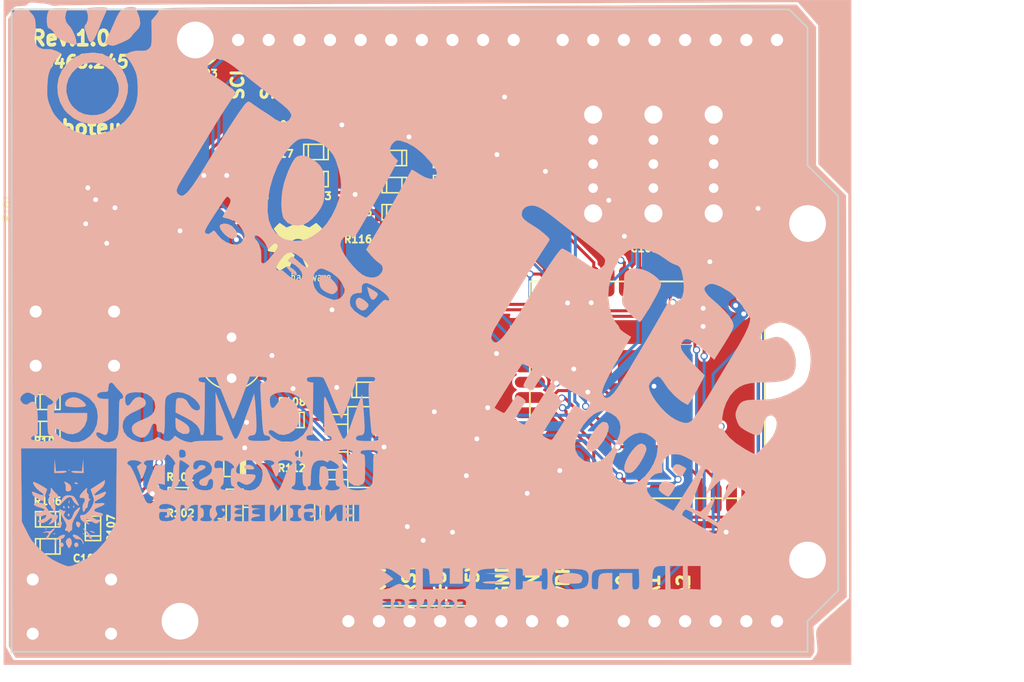
<source format=kicad_pcb>
(kicad_pcb (version 20170123) (host pcbnew no-vcs-found-499eabc~58~ubuntu16.04.1)
  (title_block (date "lun. 30 mars 2015"))
  (layers (0 F.Cu signal) (31 B.Cu signal) (34 B.Paste user) (35 F.Paste user) (36 B.SilkS user) (37 F.SilkS user) (38 B.Mask user) (39 F.Mask user) (44 Edge.Cuts user))
  (net 0 "")
  (net 1 /IOREF)
  (net 2 /Reset)
  (net 3 +5V)
  (net 4 GND)
  (net 5 /A0)
  (net 6 /A1)
  (net 7 /A2)
  (net 8 /A3)
  (net 9 /AREF)
  (net 10 "/A4(SDA)")
  (net 11 "/A5(SCL)")
  (net 12 "/9(**)")
  (net 13 /8)
  (net 14 /7)
  (net 15 "/6(**)")
  (net 16 "/5(**)")
  (net 17 /4)
  (net 18 "/3(**)")
  (net 19 /2)
  (net 20 "/1(Tx)")
  (net 21 "/0(Rx)")
  (net 22 "Net-(P5-Pad1)")
  (net 23 "Net-(P6-Pad1)")
  (net 24 "Net-(P7-Pad1)")
  (net 25 "Net-(P8-Pad1)")
  (net 26 "/13(SCK)")
  (net 27 "/10(**/SS)")
  (net 28 "Net-(P1-Pad1)")
  (net 29 +3V3)
  (net 30 "/12(MISO)")
  (net 31 "/11(**/MOSI)")
  (net 32 "Net-(C101-Pad1)")
  (net 33 "Net-(C102-Pad1)")
  (net 34 "Net-(D101-Pad1)")
  (net 35 "Net-(D102-Pad1)")
  (net 36 "Net-(D103-Pad1)")
  (net 37 "Net-(D104-Pad1)")
  (net 38 "Net-(D105-Pad1)")
  (net 39 "Net-(F101-Pad2)")
  (net 40 VPP)
  (net 41 /D-)
  (net 42 /D+)
  (net 43 "Net-(P101-Pad4)")
  (net 44 /EN)
  (net 45 /IO0)
  (net 46 /BATT)
  (net 47 "Net-(Q101-Pad1)")
  (net 48 /USB_RXD)
  (net 49 /USB_TXD)
  (net 50 "Net-(R108-Pad1)")
  (net 51 /LDR)
  (net 52 "Net-(R117-Pad2)")
  (net 53 "Net-(SW103-Pad1)")
  (net 54 /SWITCH0)
  (net 55 /SWITCH1)
  (net 56 "Net-(SW104-Pad1)")
  (net 57 "Net-(SW105-Pad1)")
  (net 58 "Net-(U103-Pad38)")
  (net 59 "Net-(U103-Pad32)")
  (net 60 "Net-(U103-Pad22)")
  (net 61 "Net-(U103-Pad21)")
  (net 62 "Net-(U103-Pad20)")
  (net 63 "Net-(U103-Pad19)")
  (net 64 "Net-(U103-Pad18)")
  (net 65 "Net-(U103-Pad17)")
  (net 66 /A4)
  (net 67 /A5)
  (net 68 "Net-(U102-Pad28)")
  (net 69 "Net-(U102-Pad27)")
  (net 70 "Net-(U102-Pad24)")
  (net 71 "Net-(U102-Pad23)")
  (net 72 "Net-(U102-Pad10)")
  (net 73 "Net-(U102-Pad18)")
  (net 74 "Net-(U102-Pad12)")
  (net 75 "Net-(U102-Pad11)")
  (net 76 "Net-(U102-Pad9)")
  (net 77 "Net-(U102-Pad2)")
  (net 78 "Net-(U102-Pad1)")
  (net 79 "Net-(D1-Pad1)")
  (module project_foot:maciot_logo (layer B.Cu) (at 145.5 99.8 180)
    (fp_text reference G*** hide)
    (fp_text value LOGO hide)
  )
  (module w_logo:Logo_silk_OSHW_6x6mm (layer F.Cu) (at 134.75 92.5)
    (fp_text reference G*** hide)
    (fp_text value LOGO hide)
  )
  (module project_foot:ESP32-WROOM (layer F.Cu) (at 166.748 104.615 90)
    (fp_text reference U103 (at -9.75 8.25 180) (layer F.SilkS) (effects (font (size 0.6 0.6))))
    (fp_text value ESP32-WROOM)
    (pad 38 smd oval (at -9 5.25 90) (size 2.5 0.9) (layers F.Cu F.Paste F.Mask) (net 58 "Net-(U103-Pad38)"))
    (pad 37 smd oval (at -9 3.98 90) (size 2.5 0.9) (layers F.Cu F.Paste F.Mask) (net 31 "/11(**/MOSI)"))
    (pad 36 smd oval (at -9 2.71 90) (size 2.5 0.9) (layers F.Cu F.Paste F.Mask) (net 11 "/A5(SCL)"))
    (pad 35 smd oval (at -9 1.44 90) (size 2.5 0.9) (layers F.Cu F.Paste F.Mask) (net 20 "/1(Tx)"))
    (pad 34 smd oval (at -9 0.17 90) (size 2.5 0.9) (layers F.Cu F.Paste F.Mask) (net 21 "/0(Rx)"))
    (pad 33 smd oval (at -9 -1.1 90) (size 2.5 0.9) (layers F.Cu F.Paste F.Mask) (net 10 "/A4(SDA)"))
    (pad 32 smd oval (at -9 -2.37 90) (size 2.5 0.9) (layers F.Cu F.Paste F.Mask) (net 59 "Net-(U103-Pad32)"))
    (pad 31 smd oval (at -9 -3.64 90) (size 2.5 0.9) (layers F.Cu F.Paste F.Mask) (net 30 "/12(MISO)"))
    (pad 30 smd oval (at -9 -4.91 90) (size 2.5 0.9) (layers F.Cu F.Paste F.Mask) (net 26 "/13(SCK)"))
    (pad 29 smd oval (at -9 -6.18 90) (size 2.5 0.9) (layers F.Cu F.Paste F.Mask) (net 27 "/10(**/SS)"))
    (pad 28 smd oval (at -9 -7.45 90) (size 2.5 0.9) (layers F.Cu F.Paste F.Mask) (net 54 /SWITCH0))
    (pad 27 smd oval (at -9 -8.72 90) (size 2.5 0.9) (layers F.Cu F.Paste F.Mask) (net 55 /SWITCH1))
    (pad 26 smd oval (at -9 -9.99 90) (size 2.5 0.9) (layers F.Cu F.Paste F.Mask) (net 6 /A1))
    (pad 25 smd oval (at -9 -11.26 90) (size 2.5 0.9) (layers F.Cu F.Paste F.Mask) (net 45 /IO0))
    (pad 24 smd oval (at -5.715 -12.75 90) (size 0.9 2.5) (layers F.Cu F.Paste F.Mask) (net 14 /7))
    (pad 23 smd oval (at -4.445 -12.75 90) (size 0.9 2.5) (layers F.Cu F.Paste F.Mask) (net 66 /A4))
    (pad 22 smd oval (at -3.175 -12.75 90) (size 0.9 2.5) (layers F.Cu F.Paste F.Mask) (net 60 "Net-(U103-Pad22)"))
    (pad 21 smd oval (at -1.905 -12.75 90) (size 0.9 2.5) (layers F.Cu F.Paste F.Mask) (net 61 "Net-(U103-Pad21)"))
    (pad 20 smd oval (at -0.635 -12.75 90) (size 0.9 2.5) (layers F.Cu F.Paste F.Mask) (net 62 "Net-(U103-Pad20)"))
    (pad 19 smd oval (at 0.635 -12.75 90) (size 0.9 2.5) (layers F.Cu F.Paste F.Mask) (net 63 "Net-(U103-Pad19)"))
    (pad 18 smd oval (at 1.905 -12.75 90) (size 0.9 2.5) (layers F.Cu F.Paste F.Mask) (net 64 "Net-(U103-Pad18)"))
    (pad 17 smd oval (at 3.175 -12.75 90) (size 0.9 2.5) (layers F.Cu F.Paste F.Mask) (net 65 "Net-(U103-Pad17)"))
    (pad 16 smd oval (at 4.445 -12.75 90) (size 0.9 2.5) (layers F.Cu F.Paste F.Mask) (net 46 /BATT))
    (pad 15 smd oval (at 5.715 -12.75 90) (size 0.9 2.5) (layers F.Cu F.Paste F.Mask) (net 4 GND))
    (pad 14 smd oval (at 9 -11.26 90) (size 2.5 0.9) (layers F.Cu F.Paste F.Mask) (net 13 /8))
    (pad 13 smd oval (at 9 -9.99 90) (size 2.5 0.9) (layers F.Cu F.Paste F.Mask) (net 67 /A5))
    (pad 12 smd oval (at 9 -8.72 90) (size 2.5 0.9) (layers F.Cu F.Paste F.Mask) (net 19 /2))
    (pad 11 smd oval (at 9 -7.45 90) (size 2.5 0.9) (layers F.Cu F.Paste F.Mask) (net 18 "/3(**)"))
    (pad 10 smd oval (at 9 -6.18 90) (size 2.5 0.9) (layers F.Cu F.Paste F.Mask) (net 17 /4))
    (pad 9 smd oval (at 9 -4.91 90) (size 2.5 0.9) (layers F.Cu F.Paste F.Mask) (net 16 "/5(**)"))
    (pad 8 smd oval (at 9 -3.64 90) (size 2.5 0.9) (layers F.Cu F.Paste F.Mask) (net 15 "/6(**)"))
    (pad 7 smd oval (at 9 -2.37 90) (size 2.5 0.9) (layers F.Cu F.Paste F.Mask) (net 8 /A3))
    (pad 6 smd oval (at 9 -1.1 90) (size 2.5 0.9) (layers F.Cu F.Paste F.Mask) (net 7 /A2))
    (pad 5 smd oval (at 9 0.17 90) (size 2.5 0.9) (layers F.Cu F.Paste F.Mask) (net 51 /LDR))
    (pad 4 smd oval (at 9 1.44 90) (size 2.5 0.9) (layers F.Cu F.Paste F.Mask) (net 5 /A0))
    (pad 3 smd oval (at 9 2.71 90) (size 2.5 0.9) (layers F.Cu F.Paste F.Mask) (net 44 /EN))
    (pad 2 smd oval (at 9 3.98 90) (size 2.5 0.9) (layers F.Cu F.Paste F.Mask) (net 29 +3V3))
    (pad 1 smd oval (at 9 5.25 90) (size 2.5 0.9) (layers F.Cu F.Paste F.Mask) (net 4 GND))
    (pad 39 smd rect (at 0.3 -2.45 90) (size 6 6) (layers F.Cu F.Paste F.Mask) (net 4 GND))
  )
  (module Fiducials:Fiducial_1mm_Dia_2.54mm_Outer_CopperTop (layer F.Cu) (at 117.748 80.115)
    (fp_text reference FD1 hide)
    (fp_text value TEST_1P)
    (pad ~ smd circle (at 0 0) (size 1 1) (layers F.Cu F.Mask) (clearance 0.77))
  )
  (module Fiducials:Fiducial_1mm_Dia_2.54mm_Outer_CopperTop (layer F.Cu) (at 129.748 123.865)
    (fp_text reference FD3 hide)
    (fp_text value TEST_1P)
    (pad ~ smd circle (at 0 0) (size 1 1) (layers F.Cu F.Mask) (clearance 0.77))
  )
  (module Fiducials:Fiducial_1mm_Dia_2.54mm_Outer_CopperTop (layer F.Cu) (at 174.748 81.115)
    (fp_text reference FD2 hide)
    (fp_text value TEST_1P)
    (pad ~ smd circle (at 0 0) (size 1 1) (layers F.Cu F.Mask) (clearance 0.77))
  )
  (module Opto-Devices:Resistor_LDR_5.1x4.3_RM3.4 (layer F.Cu) (at 129.25 103.65 90)
    (fp_text reference LDR101 (at 1.7 -2.9 90) (layer F.SilkS) (effects (font (size 0.6 0.6))))
    (fp_text value LDR)
    (pad 1 thru_hole circle (at 0 0 90) (size 1.5 1.5) (drill 0.8) (layers *.Cu *.Mask) (net 51 /LDR))
    (pad 2 thru_hole circle (at 3.4 0 90) (size 1.5 1.5) (drill 0.8) (layers *.Cu *.Mask) (net 29 +3V3))
  )
  (module Socket_Arduino_Uno:Socket_Strip_Arduino_1x08 (layer F.Cu) (at 138.938 123.825)
    (fp_text reference P1 (at -2.19 0.04 90) (layer F.SilkS) (effects (font (size 0.6 0.6))))
    (fp_text value Power)
    (pad 1 thru_hole oval (at 0 0) (size 1.7272 2.032) (drill 1.016) (layers *.Cu *.Mask F.SilkS) (net 28 "Net-(P1-Pad1)"))
    (pad 2 thru_hole oval (at 2.54 0) (size 1.7272 2.032) (drill 1.016) (layers *.Cu *.Mask F.SilkS) (net 1 /IOREF))
    (pad 3 thru_hole oval (at 5.08 0) (size 1.7272 2.032) (drill 1.016) (layers *.Cu *.Mask F.SilkS) (net 2 /Reset))
    (pad 4 thru_hole oval (at 7.62 0) (size 1.7272 2.032) (drill 1.016) (layers *.Cu *.Mask F.SilkS) (net 29 +3V3))
    (pad 5 thru_hole oval (at 10.16 0) (size 1.7272 2.032) (drill 1.016) (layers *.Cu *.Mask F.SilkS) (net 3 +5V))
    (pad 6 thru_hole oval (at 12.7 0) (size 1.7272 2.032) (drill 1.016) (layers *.Cu *.Mask F.SilkS) (net 4 GND))
    (pad 7 thru_hole oval (at 15.24 0) (size 1.7272 2.032) (drill 1.016) (layers *.Cu *.Mask F.SilkS) (net 4 GND))
    (pad 8 thru_hole oval (at 17.78 0) (size 1.7272 2.032) (drill 1.016) (layers *.Cu *.Mask F.SilkS) (net 40 VPP))
  )
  (module Socket_Arduino_Uno:Socket_Strip_Arduino_1x06 (layer F.Cu) (at 161.798 123.825)
    (fp_text reference P2 (at -2.3 0.04 90) (layer F.SilkS) (effects (font (size 0.6 0.6))))
    (fp_text value Analog)
    (pad 1 thru_hole oval (at 0 0) (size 1.7272 2.032) (drill 1.016) (layers *.Cu *.Mask F.SilkS) (net 5 /A0))
    (pad 2 thru_hole oval (at 2.54 0) (size 1.7272 2.032) (drill 1.016) (layers *.Cu *.Mask F.SilkS) (net 6 /A1))
    (pad 3 thru_hole oval (at 5.08 0) (size 1.7272 2.032) (drill 1.016) (layers *.Cu *.Mask F.SilkS) (net 7 /A2))
    (pad 4 thru_hole oval (at 7.62 0) (size 1.7272 2.032) (drill 1.016) (layers *.Cu *.Mask F.SilkS) (net 8 /A3))
    (pad 5 thru_hole oval (at 10.16 0) (size 1.7272 2.032) (drill 1.016) (layers *.Cu *.Mask F.SilkS) (net 66 /A4))
    (pad 6 thru_hole oval (at 12.7 0) (size 1.7272 2.032) (drill 1.016) (layers *.Cu *.Mask F.SilkS) (net 67 /A5))
  )
  (module Socket_Arduino_Uno:Socket_Strip_Arduino_1x10 (layer F.Cu) (at 129.794 75.565)
    (fp_text reference P3 (at -2.296 2.8) (layer F.SilkS) (effects (font (size 0.6 0.6))))
    (fp_text value Digital)
    (pad 1 thru_hole oval (at 0 0) (size 1.7272 2.032) (drill 1.016) (layers *.Cu *.Mask F.SilkS) (net 11 "/A5(SCL)"))
    (pad 2 thru_hole oval (at 2.54 0) (size 1.7272 2.032) (drill 1.016) (layers *.Cu *.Mask F.SilkS) (net 10 "/A4(SDA)"))
    (pad 3 thru_hole oval (at 5.08 0) (size 1.7272 2.032) (drill 1.016) (layers *.Cu *.Mask F.SilkS) (net 9 /AREF))
    (pad 4 thru_hole oval (at 7.62 0) (size 1.7272 2.032) (drill 1.016) (layers *.Cu *.Mask F.SilkS) (net 4 GND))
    (pad 5 thru_hole oval (at 10.16 0) (size 1.7272 2.032) (drill 1.016) (layers *.Cu *.Mask F.SilkS) (net 26 "/13(SCK)"))
    (pad 6 thru_hole oval (at 12.7 0) (size 1.7272 2.032) (drill 1.016) (layers *.Cu *.Mask F.SilkS) (net 30 "/12(MISO)"))
    (pad 7 thru_hole oval (at 15.24 0) (size 1.7272 2.032) (drill 1.016) (layers *.Cu *.Mask F.SilkS) (net 31 "/11(**/MOSI)"))
    (pad 8 thru_hole oval (at 17.78 0) (size 1.7272 2.032) (drill 1.016) (layers *.Cu *.Mask F.SilkS) (net 27 "/10(**/SS)"))
    (pad 9 thru_hole oval (at 20.32 0) (size 1.7272 2.032) (drill 1.016) (layers *.Cu *.Mask F.SilkS) (net 12 "/9(**)"))
    (pad 10 thru_hole oval (at 22.86 0) (size 1.7272 2.032) (drill 1.016) (layers *.Cu *.Mask F.SilkS) (net 13 /8))
  )
  (module Socket_Arduino_Uno:Socket_Strip_Arduino_1x08 (layer F.Cu) (at 156.718 75.565)
    (fp_text reference P4 (at 19.53 2.3 180) (layer F.SilkS) (effects (font (size 0.6 0.6))))
    (fp_text value Digital)
    (pad 1 thru_hole oval (at 0 0) (size 1.7272 2.032) (drill 1.016) (layers *.Cu *.Mask F.SilkS) (net 14 /7))
    (pad 2 thru_hole oval (at 2.54 0) (size 1.7272 2.032) (drill 1.016) (layers *.Cu *.Mask F.SilkS) (net 15 "/6(**)"))
    (pad 3 thru_hole oval (at 5.08 0) (size 1.7272 2.032) (drill 1.016) (layers *.Cu *.Mask F.SilkS) (net 16 "/5(**)"))
    (pad 4 thru_hole oval (at 7.62 0) (size 1.7272 2.032) (drill 1.016) (layers *.Cu *.Mask F.SilkS) (net 17 /4))
    (pad 5 thru_hole oval (at 10.16 0) (size 1.7272 2.032) (drill 1.016) (layers *.Cu *.Mask F.SilkS) (net 18 "/3(**)"))
    (pad 6 thru_hole oval (at 12.7 0) (size 1.7272 2.032) (drill 1.016) (layers *.Cu *.Mask F.SilkS) (net 19 /2))
    (pad 7 thru_hole oval (at 15.24 0) (size 1.7272 2.032) (drill 1.016) (layers *.Cu *.Mask F.SilkS) (net 20 "/1(Tx)"))
    (pad 8 thru_hole oval (at 17.78 0) (size 1.7272 2.032) (drill 1.016) (layers *.Cu *.Mask F.SilkS) (net 21 "/0(Rx)"))
  )
  (module Socket_Arduino_Uno:Arduino_1pin (layer F.Cu) (at 124.968 123.825)
    (fp_text reference P5 hide)
    (fp_text value CONN_01X01 hide)
    (pad 1 thru_hole circle (at 0 0) (size 4.064 4.064) (drill 3.048) (layers *.Cu *.Mask F.SilkS) (net 22 "Net-(P5-Pad1)"))
  )
  (module Socket_Arduino_Uno:Arduino_1pin (layer F.Cu) (at 177.038 118.745)
    (fp_text reference P6 hide)
    (fp_text value CONN_01X01 hide)
    (pad 1 thru_hole circle (at 0 0) (size 4.064 4.064) (drill 3.048) (layers *.Cu *.Mask F.SilkS) (net 23 "Net-(P6-Pad1)"))
  )
  (module Socket_Arduino_Uno:Arduino_1pin (layer F.Cu) (at 126.238 75.565)
    (fp_text reference P7 hide)
    (fp_text value CONN_01X01 hide)
    (pad 1 thru_hole circle (at 0 0) (size 4.064 4.064) (drill 3.048) (layers *.Cu *.Mask F.SilkS) (net 24 "Net-(P7-Pad1)"))
  )
  (module Socket_Arduino_Uno:Arduino_1pin (layer F.Cu) (at 177.038 90.805)
    (fp_text reference P8 hide)
    (fp_text value CONN_01X01 hide)
    (pad 1 thru_hole circle (at 0 0) (size 4.064 4.064) (drill 3.048) (layers *.Cu *.Mask F.SilkS) (net 25 "Net-(P8-Pad1)"))
  )
  (module w_smd_cap:c_0805 (layer F.Cu) (at 113.998 105.615)
    (fp_text reference C101 (at 1 -1.25) (layer F.SilkS) (effects (font (size 0.6 0.6))))
    (fp_text value 10nf hide)
    (pad 2 smd rect (at -0.9525 0) (size 1.30048 1.4986) (layers F.Cu F.Paste F.Mask) (net 4 GND))
    (pad 1 smd rect (at 0.9525 0) (size 1.30048 1.4986) (layers F.Cu F.Paste F.Mask) (net 32 "Net-(C101-Pad1)"))
  )
  (module w_smd_cap:c_0805 (layer F.Cu) (at 113.998 117.615)
    (fp_text reference C102 (at 3.25 1) (layer F.SilkS) (effects (font (size 0.6 0.6))))
    (fp_text value 10nf hide)
    (pad 1 smd rect (at 0.9525 0) (size 1.30048 1.4986) (layers F.Cu F.Paste F.Mask) (net 33 "Net-(C102-Pad1)"))
    (pad 2 smd rect (at -0.9525 0) (size 1.30048 1.4986) (layers F.Cu F.Paste F.Mask) (net 4 GND))
  )
  (module w_smd_cap:c_1210 (layer F.Cu) (at 140.498 114.865 180)
    (fp_text reference C103 (at 0.0254 -2 180) (layer F.SilkS) (effects (font (size 0.6 0.6))))
    (fp_text value 10uf hide)
    (pad 1 smd rect (at 1.397 0 180) (size 1.6002 2.6924) (layers F.Cu F.Paste F.Mask) (net 29 +3V3))
    (pad 2 smd rect (at -1.397 0 180) (size 1.6002 2.6924) (layers F.Cu F.Paste F.Mask) (net 4 GND))
  )
  (module w_smd_cap:c_0805 (layer F.Cu) (at 144.748 113.615 90)
    (fp_text reference C104 (at 0 1.5 90) (layer F.SilkS) (effects (font (size 0.6 0.6))))
    (fp_text value 0.1uf hide)
    (pad 2 smd rect (at -0.9525 0 90) (size 1.30048 1.4986) (layers F.Cu F.Paste F.Mask) (net 4 GND))
    (pad 1 smd rect (at 0.9525 0 90) (size 1.30048 1.4986) (layers F.Cu F.Paste F.Mask) (net 29 +3V3))
  )
  (module w_smd_cap:c_0805 (layer F.Cu) (at 127.248 93.615 90)
    (fp_text reference C105 (at 0 1.5 90) (layer F.SilkS) (effects (font (size 0.6 0.6))))
    (fp_text value 0.1uf hide)
    (pad 2 smd rect (at -0.9525 0 90) (size 1.30048 1.4986) (layers F.Cu F.Paste F.Mask) (net 4 GND))
    (pad 1 smd rect (at 0.9525 0 90) (size 1.30048 1.4986) (layers F.Cu F.Paste F.Mask) (net 3 +5V))
  )
  (module w_smd_cap:c_0805 (layer F.Cu) (at 124.998 93.615 90)
    (fp_text reference C106 (at 0 -1.5 90) (layer F.SilkS) (effects (font (size 0.6 0.6))))
    (fp_text value 0.1uf hide)
    (pad 1 smd rect (at 0.9525 0 90) (size 1.30048 1.4986) (layers F.Cu F.Paste F.Mask) (net 3 +5V))
    (pad 2 smd rect (at -0.9525 0 90) (size 1.30048 1.4986) (layers F.Cu F.Paste F.Mask) (net 4 GND))
  )
  (module w_smd_cap:c_0805 (layer F.Cu) (at 122.023 90.165)
    (fp_text reference C107 (at -0.85 -1.475) (layer F.SilkS) (effects (font (size 0.6 0.6))))
    (fp_text value 0.1uf hide)
    (pad 1 smd rect (at 0.9525 0) (size 1.30048 1.4986) (layers F.Cu F.Paste F.Mask) (net 29 +3V3))
    (pad 2 smd rect (at -0.9525 0) (size 1.30048 1.4986) (layers F.Cu F.Paste F.Mask) (net 4 GND))
  )
  (module w_smd_cap:c_0805 (layer F.Cu) (at 120.973 92.39)
    (fp_text reference C108 (at 0 1.45) (layer F.SilkS) (effects (font (size 0.6 0.6))))
    (fp_text value 0.1uf hide)
    (pad 2 smd rect (at -0.9525 0) (size 1.30048 1.4986) (layers F.Cu F.Paste F.Mask) (net 4 GND))
    (pad 1 smd rect (at 0.9525 0) (size 1.30048 1.4986) (layers F.Cu F.Paste F.Mask) (net 29 +3V3))
  )
  (module w_smd_cap:c_0805 (layer F.Cu) (at 166.498 92.865)
    (fp_text reference C109 (at -3 0) (layer F.SilkS) (effects (font (size 0.6 0.6))))
    (fp_text value 0.1uf hide)
    (pad 1 smd rect (at 0.9525 0) (size 1.30048 1.4986) (layers F.Cu F.Paste F.Mask) (net 29 +3V3))
    (pad 2 smd rect (at -0.9525 0) (size 1.30048 1.4986) (layers F.Cu F.Paste F.Mask) (net 4 GND))
  )
  (module w_smd_diode:sod323 (layer F.Cu) (at 129.498 111.115)
    (fp_text reference D101 (at -0.748 -1.365) (layer F.SilkS) (effects (font (size 0.6 0.6))))
    (fp_text value BAT60 hide)
    (pad 2 smd rect (at 1.09982 0) (size 1.00076 0.59944) (layers F.Cu F.Paste F.Mask) (net 3 +5V))
    (pad 1 smd rect (at -1.09982 0) (size 1.00076 0.59944) (layers F.Cu F.Paste F.Mask) (net 34 "Net-(D101-Pad1)"))
  )
  (module w_smd_leds:Led_0805 (layer F.Cu) (at 146.998 85.365)
    (fp_text reference D102 (at 3.25 0) (layer F.SilkS) (effects (font (size 0.6 0.6))))
    (fp_text value LED hide)
    (pad 2 smd rect (at 1.04902 0) (size 1.19888 1.19888) (layers F.Cu F.Paste F.Mask) (net 18 "/3(**)"))
    (pad 1 smd rect (at -1.04902 0) (size 1.19888 1.19888) (layers F.Cu F.Paste F.Mask) (net 35 "Net-(D102-Pad1)"))
  )
  (module w_smd_leds:Led_0805 (layer F.Cu) (at 146.998 87.615)
    (fp_text reference D103 (at 3.25 0) (layer F.SilkS) (effects (font (size 0.6 0.6))))
    (fp_text value LED hide)
    (pad 1 smd rect (at -1.04902 0) (size 1.19888 1.19888) (layers F.Cu F.Paste F.Mask) (net 36 "Net-(D103-Pad1)"))
    (pad 2 smd rect (at 1.04902 0) (size 1.19888 1.19888) (layers F.Cu F.Paste F.Mask) (net 16 "/5(**)"))
  )
  (module w_smd_leds:Led_0805 (layer F.Cu) (at 146.998 89.865)
    (fp_text reference D104 (at 3.25 0) (layer F.SilkS) (effects (font (size 0.6 0.6))))
    (fp_text value LED hide)
    (pad 2 smd rect (at 1.04902 0) (size 1.19888 1.19888) (layers F.Cu F.Paste F.Mask) (net 15 "/6(**)"))
    (pad 1 smd rect (at -1.04902 0) (size 1.19888 1.19888) (layers F.Cu F.Paste F.Mask) (net 37 "Net-(D104-Pad1)"))
  )
  (module w_smd_leds:Led_0805 (layer F.Cu) (at 146.998 92.115)
    (fp_text reference D105 (at 3.25 0) (layer F.SilkS) (effects (font (size 0.6 0.6))))
    (fp_text value LED hide)
    (pad 1 smd rect (at -1.04902 0) (size 1.19888 1.19888) (layers F.Cu F.Paste F.Mask) (net 38 "Net-(D105-Pad1)"))
    (pad 2 smd rect (at 1.04902 0) (size 1.19888 1.19888) (layers F.Cu F.Paste F.Mask) (net 13 /8))
  )
  (module w_smd_resistors:r_1210 (layer F.Cu) (at 134.998 114.865 180)
    (fp_text reference F101 (at 0 -2 180) (layer F.SilkS) (effects (font (size 0.6 0.6))))
    (fp_text value FUSE hide)
    (pad 1 smd rect (at 1.397 0 180) (size 1.6002 2.6924) (layers F.Cu F.Paste F.Mask) (net 34 "Net-(D101-Pad1)"))
    (pad 2 smd rect (at -1.397 0 180) (size 1.6002 2.6924) (layers F.Cu F.Paste F.Mask) (net 39 "Net-(F101-Pad2)"))
  )
  (module w_conn_pc:conn_usb_B_micro_smd (layer F.Cu) (at 113.248 89.5284 270)
    (fp_text reference P101 (at 0 2.60096 270) (layer F.SilkS) (effects (font (size 0.6 0.6))))
    (fp_text value USB_OTG hide)
    (pad "" smd rect (at -0.8382 0 270) (size 1.17348 1.89738) (layers F.Cu F.Paste F.Mask))
    (pad "" smd rect (at 0.8382 0 270) (size 1.17348 1.89738) (layers F.Cu F.Paste F.Mask))
    (pad "" smd rect (at 2.91338 0 270) (size 2.3749 1.89738) (layers F.Cu F.Paste F.Mask))
    (pad "" smd rect (at -2.91338 0 270) (size 2.3749 1.89738) (layers F.Cu F.Paste F.Mask))
    (pad "" smd rect (at 2.46126 -2.2987 270) (size 1.4732 2.10058) (layers F.Cu F.Paste F.Mask))
    (pad "" smd rect (at -2.46126 -2.2987 270) (size 1.4732 2.10058) (layers F.Cu F.Paste F.Mask))
    (pad 1 smd rect (at -1.30048 -2.65938 270) (size 0.44958 1.37922) (layers F.Cu F.Paste F.Mask) (net 3 +5V))
    (pad 2 smd rect (at -0.65024 -2.65938 270) (size 0.44958 1.37922) (layers F.Cu F.Paste F.Mask) (net 41 /D-))
    (pad 3 smd rect (at 0 -2.65938 270) (size 0.44958 1.37922) (layers F.Cu F.Paste F.Mask) (net 42 /D+))
    (pad 4 smd rect (at 0.65024 -2.65938 270) (size 0.44958 1.37922) (layers F.Cu F.Paste F.Mask) (net 43 "Net-(P101-Pad4)"))
    (pad 5 smd rect (at 1.30048 -2.65938 270) (size 0.44958 1.37922) (layers F.Cu F.Paste F.Mask) (net 4 GND))
  )
  (module Measurement_Points:Measurement_Point_Round-SMD-Pad_Small (layer B.Cu) (at 139.498 87.115)
    (fp_text reference P102 hide)
    (fp_text value TST)
    (pad 1 smd circle (at 0 0) (size 1.5 1.5) (layers B.Cu B.Mask) (net 20 "/1(Tx)"))
  )
  (module Measurement_Points:Measurement_Point_Round-SMD-Pad_Small (layer B.Cu) (at 135.998 82.615)
    (fp_text reference P103 hide)
    (fp_text value TST)
    (pad 1 smd circle (at 0 0) (size 1.5 1.5) (layers B.Cu B.Mask) (net 21 "/0(Rx)"))
  )
  (module Measurement_Points:Measurement_Point_Round-SMD-Pad_Small (layer B.Cu) (at 169.498 98.615)
    (fp_text reference P104 hide)
    (fp_text value TST)
    (pad 1 smd circle (at 0 0) (size 1.5 1.5) (layers B.Cu B.Mask) (net 44 /EN))
  )
  (module Measurement_Points:Measurement_Point_Round-SMD-Pad_Small (layer B.Cu) (at 157.748 110.365)
    (fp_text reference P105 hide)
    (fp_text value TST)
    (pad 1 smd circle (at 0 0) (size 1.5 1.5) (layers B.Cu B.Mask) (net 45 /IO0))
  )
  (module Measurement_Points:Measurement_Point_Round-SMD-Pad_Small (layer B.Cu) (at 158.248 99.615)
    (fp_text reference P106 hide)
    (fp_text value TST)
    (pad 1 smd circle (at 0 0) (size 1.5 1.5) (layers B.Cu B.Mask) (net 11 "/A5(SCL)"))
  )
  (module Measurement_Points:Measurement_Point_Round-SMD-Pad_Small (layer B.Cu) (at 154.8 97.6)
    (fp_text reference P107 hide)
    (fp_text value TST)
    (pad 1 smd circle (at 0 0) (size 1.5 1.5) (layers B.Cu B.Mask) (net 13 /8))
  )
  (module Measurement_Points:Measurement_Point_Round-SMD-Pad_Small (layer B.Cu) (at 149.498 101.365)
    (fp_text reference P108 hide)
    (fp_text value TST)
    (pad 1 smd circle (at 0 0) (size 1.5 1.5) (layers B.Cu B.Mask) (net 46 /BATT))
  )
  (module Measurement_Points:Measurement_Point_Round-SMD-Pad_Small (layer B.Cu) (at 165.4 109)
    (fp_text reference P109 hide)
    (fp_text value TST)
    (pad 1 smd circle (at 0 0) (size 1.5 1.5) (layers B.Cu B.Mask) (net 10 "/A4(SDA)"))
  )
  (module Measurement_Points:Measurement_Point_Round-SMD-Pad_Small (layer B.Cu) (at 147.248 104.865)
    (fp_text reference P110 hide)
    (fp_text value TST)
    (pad 1 smd circle (at 0 0) (size 1.5 1.5) (layers B.Cu B.Mask) (net 40 VPP))
  )
  (module Measurement_Points:Measurement_Point_Round-SMD-Pad_Small (layer B.Cu) (at 145.998 109.365)
    (fp_text reference P111 hide)
    (fp_text value TST)
    (pad 1 smd circle (at 0 0) (size 1.5 1.5) (layers B.Cu B.Mask) (net 29 +3V3))
  )
  (module Measurement_Points:Measurement_Point_Round-SMD-Pad_Small (layer B.Cu) (at 130.248 93.365)
    (fp_text reference P112 hide)
    (fp_text value TST)
    (pad 1 smd circle (at 0 0) (size 1.5 1.5) (layers B.Cu B.Mask) (net 3 +5V))
  )
  (module Measurement_Points:Measurement_Point_Round-SMD-Pad_Small (layer B.Cu) (at 146.998 97.365)
    (fp_text reference P113 hide)
    (fp_text value TST)
    (pad 1 smd circle (at 0 0) (size 1.5 1.5) (layers B.Cu B.Mask) (net 4 GND))
  )
  (module w_smd_trans:sot23 (layer F.Cu) (at 129.498 114.365 270)
    (fp_text reference Q101 (at 2.25 0.25) (layer F.SilkS) (effects (font (size 0.6 0.6))))
    (fp_text value Q_PMOS_GDS hide)
    (pad 1 smd rect (at -0.9525 1.05664 270) (size 0.59944 1.00076) (layers F.Cu F.Paste F.Mask) (net 47 "Net-(Q101-Pad1)"))
    (pad 2 smd rect (at 0 -1.05664 270) (size 0.59944 1.00076) (layers F.Cu F.Paste F.Mask) (net 34 "Net-(D101-Pad1)"))
    (pad 3 smd rect (at 0.9525 1.05664 270) (size 0.59944 1.00076) (layers F.Cu F.Paste F.Mask) (net 40 VPP))
  )
  (module w_smd_resistors:r_0805 (layer F.Cu) (at 124.998 113.365)
    (fp_text reference R101 (at 0 -1.5) (layer F.SilkS) (effects (font (size 0.6 0.6))))
    (fp_text value 100 hide)
    (pad 1 smd rect (at 0.9525 0) (size 1.30048 1.4986) (layers F.Cu F.Paste F.Mask) (net 47 "Net-(Q101-Pad1)"))
    (pad 2 smd rect (at -0.9525 0) (size 1.30048 1.4986) (layers F.Cu F.Paste F.Mask) (net 3 +5V))
  )
  (module w_smd_resistors:r_0805 (layer F.Cu) (at 124.998 116.365)
    (fp_text reference R102 (at 0 -1.5) (layer F.SilkS) (effects (font (size 0.6 0.6))))
    (fp_text value 10k hide)
    (pad 2 smd rect (at -0.9525 0) (size 1.30048 1.4986) (layers F.Cu F.Paste F.Mask) (net 4 GND))
    (pad 1 smd rect (at 0.9525 0) (size 1.30048 1.4986) (layers F.Cu F.Paste F.Mask) (net 47 "Net-(Q101-Pad1)"))
  )
  (module w_smd_resistors:r_0805 (layer F.Cu) (at 136.248 87.115)
    (fp_text reference R103 (at 0.13 1.41) (layer F.SilkS) (effects (font (size 0.6 0.6))))
    (fp_text value 0 hide)
    (pad 1 smd rect (at 0.9525 0) (size 1.30048 1.4986) (layers F.Cu F.Paste F.Mask) (net 48 /USB_RXD))
    (pad 2 smd rect (at -0.9525 0) (size 1.30048 1.4986) (layers F.Cu F.Paste F.Mask) (net 20 "/1(Tx)"))
  )
  (module w_smd_resistors:r_0805 (layer F.Cu) (at 136.248 82.615 180)
    (fp_text reference R104 (at 3 0 180) (layer F.SilkS) (effects (font (size 0.6 0.6))))
    (fp_text value 0 hide)
    (pad 2 smd rect (at -0.9525 0 180) (size 1.30048 1.4986) (layers F.Cu F.Paste F.Mask) (net 21 "/0(Rx)"))
    (pad 1 smd rect (at 0.9525 0 180) (size 1.30048 1.4986) (layers F.Cu F.Paste F.Mask) (net 49 /USB_TXD))
  )
  (module w_smd_resistors:r_0805 (layer F.Cu) (at 113.998 107.865 180)
    (fp_text reference R105 (at 0 -0.9906 180) (layer F.SilkS) (effects (font (size 0.6 0.6))))
    (fp_text value 390 hide)
    (pad 2 smd rect (at -0.9525 0 180) (size 1.30048 1.4986) (layers F.Cu F.Paste F.Mask) (net 32 "Net-(C101-Pad1)"))
    (pad 1 smd rect (at 0.9525 0 180) (size 1.30048 1.4986) (layers F.Cu F.Paste F.Mask) (net 45 /IO0))
  )
  (module w_smd_resistors:r_0805 (layer F.Cu) (at 113.998 115.365)
    (fp_text reference R106 (at 0 -1.5) (layer F.SilkS) (effects (font (size 0.6 0.6))))
    (fp_text value 390 hide)
    (pad 1 smd rect (at 0.9525 0) (size 1.30048 1.4986) (layers F.Cu F.Paste F.Mask) (net 44 /EN))
    (pad 2 smd rect (at -0.9525 0) (size 1.30048 1.4986) (layers F.Cu F.Paste F.Mask) (net 33 "Net-(C102-Pad1)"))
  )
  (module w_smd_resistors:r_0805 (layer F.Cu) (at 117.748 116.115 90)
    (fp_text reference R107 (at 0 1.5 90) (layer F.SilkS) (effects (font (size 0.6 0.6))))
    (fp_text value 12k hide)
    (pad 1 smd rect (at 0.9525 0 90) (size 1.30048 1.4986) (layers F.Cu F.Paste F.Mask) (net 44 /EN))
    (pad 2 smd rect (at -0.9525 0 90) (size 1.30048 1.4986) (layers F.Cu F.Paste F.Mask) (net 29 +3V3))
  )
  (module w_smd_resistors:r_0805 (layer F.Cu) (at 134.248 107.115)
    (fp_text reference R108 (at 0 -1.5) (layer F.SilkS) (effects (font (size 0.6 0.6))))
    (fp_text value 390 hide)
    (pad 2 smd rect (at -0.9525 0) (size 1.30048 1.4986) (layers F.Cu F.Paste F.Mask) (net 4 GND))
    (pad 1 smd rect (at 0.9525 0) (size 1.30048 1.4986) (layers F.Cu F.Paste F.Mask) (net 50 "Net-(R108-Pad1)"))
  )
  (module w_smd_resistors:r_0805 (layer F.Cu) (at 133.498 103.115 180)
    (fp_text reference R109 (at -3 0 180) (layer F.SilkS) (effects (font (size 0.6 0.6))))
    (fp_text value 100k hide)
    (pad 1 smd rect (at 0.9525 0 180) (size 1.30048 1.4986) (layers F.Cu F.Paste F.Mask) (net 51 /LDR))
    (pad 2 smd rect (at -0.9525 0 180) (size 1.30048 1.4986) (layers F.Cu F.Paste F.Mask) (net 4 GND))
  )
  (module w_smd_resistors:r_0805 (layer F.Cu) (at 140.248 104.615)
    (fp_text reference R110 (at 0 -1.5) (layer F.SilkS) (effects (font (size 0.6 0.6))))
    (fp_text value 10k hide)
    (pad 2 smd rect (at -0.9525 0) (size 1.30048 1.4986) (layers F.Cu F.Paste F.Mask) (net 4 GND))
    (pad 1 smd rect (at 0.9525 0) (size 1.30048 1.4986) (layers F.Cu F.Paste F.Mask) (net 46 /BATT))
  )
  (module w_smd_resistors:r_0805 (layer F.Cu) (at 144.248 104.615)
    (fp_text reference R111 (at 0 -1.5) (layer F.SilkS) (effects (font (size 0.6 0.6))))
    (fp_text value 50k hide)
    (pad 1 smd rect (at 0.9525 0) (size 1.30048 1.4986) (layers F.Cu F.Paste F.Mask) (net 40 VPP))
    (pad 2 smd rect (at -0.9525 0) (size 1.30048 1.4986) (layers F.Cu F.Paste F.Mask) (net 46 /BATT))
  )
  (module w_smd_resistors:r_0805 (layer F.Cu) (at 134.248 109.615 180)
    (fp_text reference R112 (at 0 -1.5 180) (layer F.SilkS) (effects (font (size 0.6 0.6))))
    (fp_text value 240 hide)
    (pad 1 smd rect (at 0.9525 0 180) (size 1.30048 1.4986) (layers F.Cu F.Paste F.Mask) (net 29 +3V3))
    (pad 2 smd rect (at -0.9525 0 180) (size 1.30048 1.4986) (layers F.Cu F.Paste F.Mask) (net 50 "Net-(R108-Pad1)"))
  )
  (module w_smd_resistors:r_0805 (layer F.Cu) (at 142.748 85.365 180)
    (fp_text reference R113 (at 3 0 180) (layer F.SilkS) (effects (font (size 0.6 0.6))))
    (fp_text value 390 hide)
    (pad 2 smd rect (at -0.9525 0 180) (size 1.30048 1.4986) (layers F.Cu F.Paste F.Mask) (net 35 "Net-(D102-Pad1)"))
    (pad 1 smd rect (at 0.9525 0 180) (size 1.30048 1.4986) (layers F.Cu F.Paste F.Mask) (net 4 GND))
  )
  (module w_smd_resistors:r_0805 (layer F.Cu) (at 142.748 87.615 180)
    (fp_text reference R114 (at 3 0 180) (layer F.SilkS) (effects (font (size 0.6 0.6))))
    (fp_text value 390 hide)
    (pad 2 smd rect (at -0.9525 0 180) (size 1.30048 1.4986) (layers F.Cu F.Paste F.Mask) (net 36 "Net-(D103-Pad1)"))
    (pad 1 smd rect (at 0.9525 0 180) (size 1.30048 1.4986) (layers F.Cu F.Paste F.Mask) (net 4 GND))
  )
  (module w_smd_resistors:r_0805 (layer F.Cu) (at 142.748 89.865 180)
    (fp_text reference R115 (at 3 0 180) (layer F.SilkS) (effects (font (size 0.6 0.6))))
    (fp_text value 390 hide)
    (pad 2 smd rect (at -0.9525 0 180) (size 1.30048 1.4986) (layers F.Cu F.Paste F.Mask) (net 37 "Net-(D104-Pad1)"))
    (pad 1 smd rect (at 0.9525 0 180) (size 1.30048 1.4986) (layers F.Cu F.Paste F.Mask) (net 4 GND))
  )
  (module w_smd_resistors:r_0805 (layer F.Cu) (at 142.748 92.115 180)
    (fp_text reference R116 (at 3 0 180) (layer F.SilkS) (effects (font (size 0.6 0.6))))
    (fp_text value 390 hide)
    (pad 1 smd rect (at 0.9525 0 180) (size 1.30048 1.4986) (layers F.Cu F.Paste F.Mask) (net 4 GND))
    (pad 2 smd rect (at -0.9525 0 180) (size 1.30048 1.4986) (layers F.Cu F.Paste F.Mask) (net 38 "Net-(D105-Pad1)"))
  )
  (module w_smd_resistors:r_0805 (layer F.Cu) (at 136.248 84.865)
    (fp_text reference R117 (at -3.03 0.15) (layer F.SilkS) (effects (font (size 0.6 0.6))))
    (fp_text value 390 hide)
    (pad 1 smd rect (at 0.9525 0) (size 1.30048 1.4986) (layers F.Cu F.Paste F.Mask) (net 48 /USB_RXD))
    (pad 2 smd rect (at -0.9525 0) (size 1.30048 1.4986) (layers F.Cu F.Paste F.Mask) (net 52 "Net-(R117-Pad2)"))
  )
  (module w_smd_resistors:r_0805 (layer F.Cu) (at 149.998 110.365 180)
    (fp_text reference R118 (at 0 -1.5 180) (layer F.SilkS) (effects (font (size 0.6 0.6))))
    (fp_text value 5k hide)
    (pad 2 smd rect (at -0.9525 0 180) (size 1.30048 1.4986) (layers F.Cu F.Paste F.Mask) (net 14 /7))
    (pad 1 smd rect (at 0.9525 0 180) (size 1.30048 1.4986) (layers F.Cu F.Paste F.Mask) (net 4 GND))
  )
  (module w_smd_resistors:r_0805 (layer F.Cu) (at 149.998 113.365)
    (fp_text reference R119 (at 0 1.5) (layer F.SilkS) (effects (font (size 0.6 0.6))))
    (fp_text value 5k hide)
    (pad 1 smd rect (at 0.9525 0) (size 1.30048 1.4986) (layers F.Cu F.Paste F.Mask) (net 45 /IO0))
    (pad 2 smd rect (at -0.9525 0) (size 1.30048 1.4986) (layers F.Cu F.Paste F.Mask) (net 29 +3V3))
  )
  (module w_switch:PCB_PUSH (layer F.Cu) (at 116.248 100.365 90)
    (fp_text reference SW101 (at 2.465 0.152 180) (layer F.SilkS) (effects (font (size 0.6 0.6))))
    (fp_text value FLASH (at 0.165 5.352 90) (layer F.SilkS) (effects (font (thickness 0.2))))
    (pad 3 thru_hole circle (at -2.25044 3.2512 90) (size 1.99898 1.99898) (drill 1.00076) (layers *.Cu *.Mask F.SilkS))
    (pad 4 thru_hole circle (at 2.25044 -3.2512 90) (size 1.99898 1.99898) (drill 1.00076) (layers *.Cu *.Mask F.SilkS))
    (pad 2 thru_hole circle (at 2.25044 3.2512 90) (size 1.99898 1.99898) (drill 1.00076) (layers *.Cu *.Mask F.SilkS) (net 32 "Net-(C101-Pad1)"))
    (pad 1 thru_hole circle (at -2.25044 -3.2512 90) (size 1.99898 1.99898) (drill 1.00076) (layers *.Cu *.Mask F.SilkS) (net 4 GND))
  )
  (module w_switch:PCB_PUSH (layer F.Cu) (at 115.998 122.615 90)
    (fp_text reference SW102 (at 2.5 0 180) (layer F.SilkS) (effects (font (size 0.6 0.6))))
    (fp_text value ENABLE (at -0.135 5.402 90) (layer F.SilkS) (effects (font (thickness 0.2))))
    (pad 1 thru_hole circle (at -2.25044 -3.2512 90) (size 1.99898 1.99898) (drill 1.00076) (layers *.Cu *.Mask F.SilkS) (net 4 GND))
    (pad 2 thru_hole circle (at 2.25044 3.2512 90) (size 1.99898 1.99898) (drill 1.00076) (layers *.Cu *.Mask F.SilkS) (net 33 "Net-(C102-Pad1)"))
    (pad 4 thru_hole circle (at 2.25044 -3.2512 90) (size 1.99898 1.99898) (drill 1.00076) (layers *.Cu *.Mask F.SilkS))
    (pad 3 thru_hole circle (at -2.25044 3.2512 90) (size 1.99898 1.99898) (drill 1.00076) (layers *.Cu *.Mask F.SilkS))
  )
  (module "project_foot:OS102011MS2QN1 Slide Switch" (layer F.Cu) (at 164.248 85.865 90)
    (fp_text reference SW103 (at 6 0 180) (layer F.SilkS) (effects (font (size 0.6 0.6))))
    (fp_text value SWITCH_INV hide)
    (pad "" thru_hole circle (at 4.1 0 90) (size 2.3 2.3) (drill 1.5) (layers *.Cu *.Mask F.SilkS))
    (pad "" thru_hole circle (at -4.1 0 90) (size 2.3 2.3) (drill 1.5) (layers *.Cu *.Mask F.SilkS))
    (pad 1 thru_hole circle (at -2 0 90) (size 1.4 1.4) (drill 0.8) (layers *.Cu *.Mask F.SilkS) (net 53 "Net-(SW103-Pad1)"))
    (pad 2 thru_hole circle (at 0 0 90) (size 1.4 1.4) (drill 0.8) (layers *.Cu *.Mask F.SilkS) (net 54 /SWITCH0))
    (pad 3 thru_hole circle (at 2 0 90) (size 1.4 1.4) (drill 0.8) (layers *.Cu *.Mask F.SilkS) (net 4 GND))
  )
  (module "project_foot:OS102011MS2QN1 Slide Switch" (layer F.Cu) (at 169.248 85.865 90)
    (fp_text reference SW104 (at 6 0 180) (layer F.SilkS) (effects (font (size 0.6 0.6))))
    (fp_text value SWITCH_INV hide)
    (pad 3 thru_hole circle (at 2 0 90) (size 1.4 1.4) (drill 0.8) (layers *.Cu *.Mask F.SilkS) (net 4 GND))
    (pad 2 thru_hole circle (at 0 0 90) (size 1.4 1.4) (drill 0.8) (layers *.Cu *.Mask F.SilkS) (net 55 /SWITCH1))
    (pad 1 thru_hole circle (at -2 0 90) (size 1.4 1.4) (drill 0.8) (layers *.Cu *.Mask F.SilkS) (net 56 "Net-(SW104-Pad1)"))
    (pad "" thru_hole circle (at -4.1 0 90) (size 2.3 2.3) (drill 1.5) (layers *.Cu *.Mask F.SilkS))
    (pad "" thru_hole circle (at 4.1 0 90) (size 2.3 2.3) (drill 1.5) (layers *.Cu *.Mask F.SilkS))
  )
  (module "project_foot:OS102011MS2QN1 Slide Switch" (layer F.Cu) (at 159.248 85.865 90)
    (fp_text reference SW105 (at 6 0 180) (layer F.SilkS) (effects (font (size 0.6 0.6))))
    (fp_text value SWITCH_INV hide)
    (pad "" thru_hole circle (at 4.1 0 90) (size 2.3 2.3) (drill 1.5) (layers *.Cu *.Mask F.SilkS))
    (pad "" thru_hole circle (at -4.1 0 90) (size 2.3 2.3) (drill 1.5) (layers *.Cu *.Mask F.SilkS))
    (pad 1 thru_hole circle (at -2 0 90) (size 1.4 1.4) (drill 0.8) (layers *.Cu *.Mask F.SilkS) (net 57 "Net-(SW105-Pad1)"))
    (pad 2 thru_hole circle (at 0 0 90) (size 1.4 1.4) (drill 0.8) (layers *.Cu *.Mask F.SilkS) (net 11 "/A5(SCL)"))
    (pad 3 thru_hole circle (at 2 0 90) (size 1.4 1.4) (drill 0.8) (layers *.Cu *.Mask F.SilkS) (net 4 GND))
  )
  (module w_smd_trans:sot223 (layer F.Cu) (at 140.748 109.365 270)
    (fp_text reference U101 (at -2.73 -3.34) (layer F.SilkS) (effects (font (size 0.6 0.6))))
    (fp_text value LM1117IMPX-ADJ hide)
    (pad 1 smd rect (at -2.30124 2.99974 270) (size 1.30048 1.80086) (layers F.Cu F.Paste F.Mask) (net 50 "Net-(R108-Pad1)"))
    (pad 2 smd rect (at 0 2.99974 270) (size 1.30048 1.80086) (layers F.Cu F.Paste F.Mask) (net 29 +3V3))
    (pad 3 smd rect (at 2.30124 2.99974 270) (size 1.30048 1.80086) (layers F.Cu F.Paste F.Mask) (net 39 "Net-(F101-Pad2)"))
    (pad 4 smd rect (at 0 -2.99974 270) (size 3.79984 1.80086) (layers F.Cu F.Paste F.Mask) (net 29 +3V3))
  )
  (module w_smd_cap:c_1206 (layer F.Cu) (at 171.748 92.865 180)
    (fp_text reference C110 (at -3.5 -1 180) (layer F.SilkS) (effects (font (size 0.50038 0.50038) (thickness 0.11938))))
    (fp_text value 47uf/6v hide)
    (pad 1 smd rect (at 1.397 0 180) (size 1.6002 1.8034) (layers F.Cu F.Paste F.Mask) (net 29 +3V3))
    (pad 2 smd rect (at -1.397 0 180) (size 1.6002 1.8034) (layers F.Cu F.Paste F.Mask) (net 4 GND))
  )
  (module Housings_DFN_QFN:QFN-28-1EP_5x5mm_Pitch0.5mm (layer F.Cu) (at 127.998 87.865)
    (fp_text reference U102 (at 3.98 -0.06 90) (layer F.SilkS) (effects (font (size 0.6 0.6))))
    (fp_text value CP2102)
    (pad 29 smd rect (at -0.8375 -0.8375) (size 1.675 1.675) (layers F.Cu F.Paste F.Mask) (net 4 GND))
    (pad 29 smd rect (at -0.8375 0.8375) (size 1.675 1.675) (layers F.Cu F.Paste F.Mask) (net 4 GND))
    (pad 29 smd rect (at 0.8375 -0.8375) (size 1.675 1.675) (layers F.Cu F.Paste F.Mask) (net 4 GND))
    (pad 29 smd rect (at 0.8375 0.8375) (size 1.675 1.675) (layers F.Cu F.Paste F.Mask) (net 4 GND))
    (pad 28 smd oval (at -1.5 -2.45 90) (size 0.85 0.3) (layers F.Cu F.Paste F.Mask) (net 68 "Net-(U102-Pad28)"))
    (pad 27 smd oval (at -1 -2.45 90) (size 0.85 0.3) (layers F.Cu F.Paste F.Mask) (net 69 "Net-(U102-Pad27)"))
    (pad 26 smd oval (at -0.5 -2.45 90) (size 0.85 0.3) (layers F.Cu F.Paste F.Mask) (net 49 /USB_TXD))
    (pad 25 smd oval (at 0 -2.45 90) (size 0.85 0.3) (layers F.Cu F.Paste F.Mask) (net 52 "Net-(R117-Pad2)"))
    (pad 24 smd oval (at 0.5 -2.45 90) (size 0.85 0.3) (layers F.Cu F.Paste F.Mask) (net 70 "Net-(U102-Pad24)"))
    (pad 23 smd oval (at 1 -2.45 90) (size 0.85 0.3) (layers F.Cu F.Paste F.Mask) (net 71 "Net-(U102-Pad23)"))
    (pad 22 smd oval (at 1.5 -2.45 90) (size 0.85 0.3) (layers F.Cu F.Paste F.Mask) (net 72 "Net-(U102-Pad10)"))
    (pad 21 smd oval (at 2.45 -1.5) (size 0.85 0.3) (layers F.Cu F.Paste F.Mask) (net 72 "Net-(U102-Pad10)"))
    (pad 20 smd oval (at 2.45 -1) (size 0.85 0.3) (layers F.Cu F.Paste F.Mask) (net 72 "Net-(U102-Pad10)"))
    (pad 19 smd oval (at 2.45 -0.5) (size 0.85 0.3) (layers F.Cu F.Paste F.Mask) (net 72 "Net-(U102-Pad10)"))
    (pad 18 smd oval (at 2.45 0) (size 0.85 0.3) (layers F.Cu F.Paste F.Mask) (net 73 "Net-(U102-Pad18)"))
    (pad 17 smd oval (at 2.45 0.5) (size 0.85 0.3) (layers F.Cu F.Paste F.Mask) (net 72 "Net-(U102-Pad10)"))
    (pad 16 smd oval (at 2.45 1) (size 0.85 0.3) (layers F.Cu F.Paste F.Mask) (net 72 "Net-(U102-Pad10)"))
    (pad 15 smd oval (at 2.45 1.5) (size 0.85 0.3) (layers F.Cu F.Paste F.Mask) (net 72 "Net-(U102-Pad10)"))
    (pad 14 smd oval (at 1.5 2.45 90) (size 0.85 0.3) (layers F.Cu F.Paste F.Mask) (net 72 "Net-(U102-Pad10)"))
    (pad 13 smd oval (at 1 2.45 90) (size 0.85 0.3) (layers F.Cu F.Paste F.Mask) (net 72 "Net-(U102-Pad10)"))
    (pad 12 smd oval (at 0.5 2.45 90) (size 0.85 0.3) (layers F.Cu F.Paste F.Mask) (net 74 "Net-(U102-Pad12)"))
    (pad 11 smd oval (at 0 2.45 90) (size 0.85 0.3) (layers F.Cu F.Paste F.Mask) (net 75 "Net-(U102-Pad11)"))
    (pad 10 smd oval (at -0.5 2.45 90) (size 0.85 0.3) (layers F.Cu F.Paste F.Mask) (net 72 "Net-(U102-Pad10)"))
    (pad 9 smd oval (at -1 2.45 90) (size 0.85 0.3) (layers F.Cu F.Paste F.Mask) (net 76 "Net-(U102-Pad9)"))
    (pad 8 smd oval (at -1.5 2.45 90) (size 0.85 0.3) (layers F.Cu F.Paste F.Mask) (net 3 +5V))
    (pad 7 smd oval (at -2.45 1.5) (size 0.85 0.3) (layers F.Cu F.Paste F.Mask) (net 29 +3V3))
    (pad 6 smd oval (at -2.45 1) (size 0.85 0.3) (layers F.Cu F.Paste F.Mask) (net 29 +3V3))
    (pad 5 smd oval (at -2.45 0.5) (size 0.85 0.3) (layers F.Cu F.Paste F.Mask) (net 41 /D-))
    (pad 4 smd oval (at -2.45 0) (size 0.85 0.3) (layers F.Cu F.Paste F.Mask) (net 42 /D+))
    (pad 3 smd oval (at -2.45 -0.5) (size 0.85 0.3) (layers F.Cu F.Paste F.Mask) (net 4 GND))
    (pad 2 smd oval (at -2.45 -1) (size 0.85 0.3) (layers F.Cu F.Paste F.Mask) (net 77 "Net-(U102-Pad2)"))
    (pad 1 smd oval (at -2.45 -1.5) (size 0.85 0.3) (layers F.Cu F.Paste F.Mask) (net 78 "Net-(U102-Pad1)"))
  )
  (module w_smd_leds:Led_0805 (layer F.Cu) (at 113.098 95.065 180)
    (fp_text reference D1 (at -0.9 -1.4 180) (layer F.SilkS) (effects (font (size 0.6 0.6) (thickness 0.14986))))
    (fp_text value LED hide)
    (pad 1 smd rect (at -1.04902 0 180) (size 1.19888 1.19888) (layers F.Cu F.Paste F.Mask) (net 79 "Net-(D1-Pad1)"))
    (pad 2 smd rect (at 1.04902 0 180) (size 1.19888 1.19888) (layers F.Cu F.Paste F.Mask) (net 29 +3V3))
  )
  (module w_smd_resistors:r_0805 (layer F.Cu) (at 116.798 95.065 180)
    (fp_text reference R1 (at 0 -1.5 180) (layer F.SilkS) (effects (font (size 0.6 0.6))))
    (fp_text value 390 hide)
    (pad 1 smd rect (at 0.9525 0 180) (size 1.30048 1.4986) (layers F.Cu F.Paste F.Mask) (net 79 "Net-(D1-Pad1)"))
    (pad 2 smd rect (at -0.9525 0 180) (size 1.30048 1.4986) (layers F.Cu F.Paste F.Mask) (net 4 GND))
  )
  (module w_smd_resistors:r_0805 (layer F.Cu) (at 173 85.5475 270)
    (fp_text reference R2 (at 0 -1.4 270) (layer F.SilkS) (effects (font (size 0.6 0.6) (thickness 0.125))))
    (fp_text value 0 hide)
    (pad 1 smd rect (at 0.9525 0 270) (size 1.30048 1.4986) (layers F.Cu F.Paste F.Mask) (net 55 /SWITCH1))
    (pad 2 smd rect (at -0.9525 0 270) (size 1.30048 1.4986) (layers F.Cu F.Paste F.Mask) (net 12 "/9(**)"))
  )
  (gr_text "Designed By:\nReiner Schmidt" (at 131.85 120.3) (layer F.Cu) (effects (font (size 0.8 0.8) (thickness 0.2))))
  (gr_text Roboteurs.com (at 119.488 82.855) (layer F.SilkS) (effects (font (size 1.2 1.2) (thickness 0.3))))
  (gr_text Rev:1.0 (at 115.898 75.425) (layer F.SilkS) (effects (font (size 1.2 1.2) (thickness 0.3))))
  (gr_text E6468.245 (at 116.628 77.385) (layer F.SilkS) (effects (font (size 1 1) (thickness 0.25) italic)))
  (gr_text SCL (at 129.748 79.115 90) (layer F.SilkS) (effects (font (size 1 1) (thickness 0.25))))
  (gr_text SDA (at 132.248 79.115 90) (layer F.SilkS) (effects (font (size 1 1) (thickness 0.25))))
  (gr_text GND (at 137.498 79.115 90) (layer F.SilkS) (effects (font (size 1 1) (thickness 0.25))))
  (gr_text 13 (at 139.998 78.615 90) (layer F.SilkS) (effects (font (size 1 1) (thickness 0.25))))
  (gr_text 12 (at 142.498 78.615 90) (layer F.SilkS) (effects (font (size 1 1) (thickness 0.25))))
  (gr_text 11 (at 144.998 78.615 90) (layer F.SilkS) (effects (font (size 1 1) (thickness 0.25))))
  (gr_text 10 (at 147.748 78.615 90) (layer F.SilkS) (effects (font (size 1 1) (thickness 0.25))))
  (gr_text 9 (at 150.248 78.115 90) (layer F.SilkS) (effects (font (size 1 1) (thickness 0.25))))
  (gr_text 8 (at 152.748 78.115 90) (layer F.SilkS) (effects (font (size 1 1) (thickness 0.25))))
  (gr_text 7 (at 156.748 78.115 90) (layer F.SilkS) (effects (font (size 1 1) (thickness 0.25))))
  (gr_text 6 (at 159.248 78.115 90) (layer F.SilkS) (effects (font (size 1 1) (thickness 0.25))))
  (gr_text 5 (at 161.998 78.115 90) (layer F.SilkS) (effects (font (size 1 1) (thickness 0.25))))
  (gr_text 4 (at 164.498 78.115 90) (layer F.SilkS) (effects (font (size 1 1) (thickness 0.25))))
  (gr_text 3 (at 166.998 78.115 90) (layer F.SilkS) (effects (font (size 1 1) (thickness 0.25))))
  (gr_text 2 (at 169.498 78.115 90) (layer F.SilkS) (effects (font (size 1 1) (thickness 0.25))))
  (gr_text 1 (at 171.998 78.115 90) (layer F.SilkS) (effects (font (size 1 1) (thickness 0.25))))
  (gr_text 0 (at 174.498 78.115 90) (layer F.SilkS) (effects (font (size 1 1) (thickness 0.25))))
  (gr_text REF (at 141.498 120.365 90) (layer F.SilkS) (effects (font (size 1 1) (thickness 0.25))))
  (gr_text RST (at 143.998 120.365 90) (layer F.SilkS) (effects (font (size 1 1) (thickness 0.25))))
  (gr_text +3V3 (at 146.498 119.865 90) (layer F.SilkS) (effects (font (size 1 1) (thickness 0.25))))
  (gr_text +5V (at 149.248 120.365 90) (layer F.SilkS) (effects (font (size 1 1) (thickness 0.25))))
  (gr_text GND (at 151.748 120.365 90) (layer F.SilkS) (effects (font (size 1 1) (thickness 0.25))))
  (gr_text GND (at 154.248 120.365 90) (layer F.SilkS) (effects (font (size 1 1) (thickness 0.25))))
  (gr_text VPP (at 156.748 120.365 90) (layer F.SilkS) (effects (font (size 1 1) (thickness 0.25))))
  (gr_text A0 (at 161.748 120.865 90) (layer F.SilkS) (effects (font (size 1 1) (thickness 0.25))))
  (gr_text A1 (at 164.248 120.865 90) (layer F.SilkS) (effects (font (size 1 1) (thickness 0.25))))
  (gr_text A2 (at 166.748 120.865 90) (layer F.SilkS) (effects (font (size 1 1) (thickness 0.25))))
  (gr_text A3 (at 169.498 120.865 90) (layer F.SilkS) (effects (font (size 1 1) (thickness 0.25))))
  (gr_text A4 (at 171.998 120.865 90) (layer F.SilkS) (effects (font (size 1 1) (thickness 0.25))))
  (gr_text A5 (at 174.498 120.865 90) (layer F.SilkS) (effects (font (size 1 1) (thickness 0.25))))
  (gr_text 1 (at 138.938 121.285 90) (layer F.SilkS) (effects (font (size 1 1))))
  (gr_line (start 177.038 74.549) (end 175.514 73.025) (angle 90) (layer Edge.Cuts) (width 0.15))
  (gr_line (start 177.038 85.979) (end 177.038 74.549) (angle 90) (layer Edge.Cuts) (width 0.15))
  (gr_line (start 179.578 88.519) (end 177.038 85.979) (angle 90) (layer Edge.Cuts) (width 0.15))
  (gr_line (start 179.578 121.285) (end 179.578 88.519) (angle 90) (layer Edge.Cuts) (width 0.15))
  (gr_line (start 177.038 123.825) (end 179.578 121.285) (angle 90) (layer Edge.Cuts) (width 0.15))
  (gr_line (start 177.038 126.365) (end 177.038 123.825) (angle 90) (layer Edge.Cuts) (width 0.15))
  (gr_line (start 110.998 126.365) (end 177.038 126.365) (angle 90) (layer Edge.Cuts) (width 0.15))
  (gr_line (start 110.998 73.025) (end 110.998 126.365) (angle 90) (layer Edge.Cuts) (width 0.15))
  (gr_line (start 175.514 73.025) (end 110.998 73.025) (angle 90) (layer Edge.Cuts) (width 0.15))
  (via (at 124.973 91.415) (size 0.6) (layers F.Cu B.Cu) (net 3))
  (via (at 117.323 87.84) (size 0.6) (layers F.Cu B.Cu) (net 3))
  (via (at 129.648 92.14) (size 0.6) (layers F.Cu B.Cu) (net 3))
  (via (at 122.673 113.24) (size 0.6) (layers F.Cu B.Cu) (net 3))
  (segment (start 126.088 91.415) (end 124.973 91.415) (width 0.25) (layer F.Cu) (net 3))
  (segment (start 126.518 90.985) (end 126.088 91.415) (width 0.25) (layer F.Cu) (net 3))
  (segment (start 126.518 90.61) (end 126.518 90.985) (width 0.25) (layer F.Cu) (net 3))
  (segment (start 126.498 90.59) (end 126.518 90.61) (width 0.25) (layer F.Cu) (net 3))
  (segment (start 126.498 90.315) (end 126.498 90.59) (width 0.25) (layer F.Cu) (net 3))
  (segment (start 124.973 92.6375) (end 124.998 92.6625) (width 0.5) (layer F.Cu) (net 3))
  (segment (start 124.973 91.415) (end 124.973 92.6375) (width 0.5) (layer F.Cu) (net 3))
  (segment (start 124.423 90.865) (end 124.973 91.415) (width 0.5) (layer B.Cu) (net 3))
  (segment (start 124.423 88.54) (end 124.423 90.865) (width 0.5) (layer B.Cu) (net 3))
  (segment (start 123.423 87.54) (end 124.423 88.54) (width 0.5) (layer B.Cu) (net 3))
  (segment (start 117.623 87.54) (end 123.423 87.54) (width 0.5) (layer B.Cu) (net 3))
  (segment (start 117.323 87.84) (end 117.623 87.54) (width 0.5) (layer B.Cu) (net 3))
  (segment (start 127.248 92.6625) (end 124.998 92.6625) (width 0.8) (layer F.Cu) (net 3))
  (segment (start 127.77 92.14) (end 127.248 92.6625) (width 0.8) (layer F.Cu) (net 3))
  (segment (start 129.648 92.14) (end 127.77 92.14) (width 0.8) (layer F.Cu) (net 3))
  (segment (start 130.248 92.74) (end 129.648 92.14) (width 0.8) (layer B.Cu) (net 3))
  (segment (start 130.248 93.365) (end 130.248 92.74) (width 0.8) (layer B.Cu) (net 3))
  (segment (start 124.898 93.365) (end 130.248 93.365) (width 0.8) (layer B.Cu) (net 3))
  (segment (start 122.323 95.94) (end 124.898 93.365) (width 0.8) (layer B.Cu) (net 3))
  (segment (start 122.323 112.466) (end 122.323 95.94) (width 0.8) (layer B.Cu) (net 3))
  (segment (start 122.673 112.816) (end 122.323 112.466) (width 0.8) (layer B.Cu) (net 3))
  (segment (start 122.673 113.24) (end 122.673 112.816) (width 0.8) (layer B.Cu) (net 3))
  (segment (start 121.523 114.39) (end 122.673 113.24) (width 0.8) (layer B.Cu) (net 3))
  (segment (start 121.523 118.715) (end 121.523 114.39) (width 0.8) (layer B.Cu) (net 3))
  (segment (start 122.373 119.565) (end 121.523 118.715) (width 0.8) (layer B.Cu) (net 3))
  (segment (start 127.923 119.565) (end 122.373 119.565) (width 0.8) (layer B.Cu) (net 3))
  (segment (start 129.923 121.565) (end 127.923 119.565) (width 0.8) (layer B.Cu) (net 3))
  (segment (start 148.654 121.565) (end 129.923 121.565) (width 0.8) (layer B.Cu) (net 3))
  (segment (start 149.098 122.009) (end 148.654 121.565) (width 0.8) (layer B.Cu) (net 3))
  (segment (start 149.098 123.825) (end 149.098 122.009) (width 0.8) (layer B.Cu) (net 3))
  (segment (start 115.982 88.1537) (end 117.0092 88.1537) (width 0.3) (layer F.Cu) (net 3))
  (segment (start 115.907 88.2279) (end 115.982 88.1537) (width 0.3) (layer F.Cu) (net 3))
  (segment (start 115.9074 88.2279) (end 115.907 88.2279) (width 0.3) (layer F.Cu) (net 3))
  (segment (start 117.0092 88.1537) (end 117.184 88.1537) (width 0.3) (layer F.Cu) (net 3))
  (segment (start 117.0092 88.1537) (end 117.323 87.84) (width 0.3) (layer F.Cu) (net 3))
  (segment (start 116.935 88.2279) (end 117.0092 88.1537) (width 0.3) (layer F.Cu) (net 3))
  (segment (start 115.9074 88.2279) (end 116.935 88.2279) (width 0.3) (layer F.Cu) (net 3))
  (segment (start 123.983 113.3025) (end 124.0455 113.365) (width 0.25) (layer F.Cu) (net 3))
  (segment (start 123.92 113.24) (end 123.983 113.3025) (width 0.8) (layer F.Cu) (net 3))
  (segment (start 122.673 113.24) (end 123.92 113.24) (width 0.8) (layer F.Cu) (net 3))
  (segment (start 124.046 113.365) (end 124.046 111.816) (width 0.8) (layer F.Cu) (net 3))
  (segment (start 123.983 113.3025) (end 124.046 113.365) (width 0.8) (layer F.Cu) (net 3))
  (segment (start 130.598 111.115) (end 130.5978 111.115) (width 0.25) (layer F.Cu) (net 3))
  (segment (start 124.046 111.816) (end 124.746 111.115) (width 0.8) (layer F.Cu) (net 3))
  (segment (start 144.372 118.8182) (end 143.5538 118) (width 0.25) (layer F.Cu) (net 4))
  (segment (start 143.5538 118) (end 124.5591 118) (width 0.25) (layer F.Cu) (net 4))
  (segment (start 124.5591 118) (end 124.0455 117.4864) (width 0.25) (layer F.Cu) (net 4))
  (segment (start 155.57301 103.30819) (end 156.8062 102.075) (width 0.25) (layer F.Cu) (net 4))
  (segment (start 149.0455 110.46406) (end 150.55274 111.9713) (width 0.25) (layer F.Cu) (net 4))
  (segment (start 156.7812 111.9713) (end 157.1404 111.6121) (width 0.25) (layer F.Cu) (net 4))
  (segment (start 155.57301 106.75051) (end 155.57301 103.30819) (width 0.25) (layer F.Cu) (net 4))
  (segment (start 157.1404 111.6121) (end 157.1404 108.3179) (width 0.25) (layer F.Cu) (net 4))
  (segment (start 150.55274 111.9713) (end 156.7812 111.9713) (width 0.25) (layer F.Cu) (net 4))
  (segment (start 149.0455 110.365) (end 149.0455 110.46406) (width 0.25) (layer F.Cu) (net 4))
  (segment (start 157.1404 108.3179) (end 155.57301 106.75051) (width 0.25) (layer F.Cu) (net 4))
  (segment (start 128.846 86.815) (end 128.846 88.692) (width 0.25) (layer F.Cu) (net 4))
  (segment (start 128.846 88.692) (end 128.8355 88.7025) (width 0.25) (layer F.Cu) (net 4))
  (segment (start 130.698 107.115) (end 130.498 107.315) (width 0.25) (layer F.Cu) (net 4))
  (segment (start 133.2955 107.115) (end 130.698 107.115) (width 0.25) (layer F.Cu) (net 4))
  (via (at 130.498 107.315) (size 0.6) (drill 0.4) (layers F.Cu B.Cu) (net 4))
  (segment (start 141.895 114.865) (end 142.9451 114.865) (width 0.25) (layer F.Cu) (net 4))
  (segment (start 143.828 115.7479) (end 143.828 115.975) (width 0.25) (layer F.Cu) (net 4))
  (segment (start 142.9451 114.865) (end 143.828 115.7479) (width 0.25) (layer F.Cu) (net 4))
  (via (at 143.828 115.975) (size 0.6) (drill 0.4) (layers F.Cu B.Cu) (net 4))
  (segment (start 149.0455 110.365) (end 149.0455 109.2375) (width 0.25) (layer F.Cu) (net 4))
  (segment (start 149.0455 109.2375) (end 149.598 108.685) (width 0.25) (layer F.Cu) (net 4))
  (via (at 149.598 108.685) (size 0.6) (drill 0.4) (layers F.Cu B.Cu) (net 4))
  (segment (start 141.7955 85.365) (end 141.7955 85.26594) (width 0.25) (layer F.Cu) (net 4))
  (segment (start 141.7955 85.26594) (end 143.44644 83.615) (width 0.25) (layer F.Cu) (net 4))
  (segment (start 143.44644 83.615) (end 143.968 83.615) (width 0.25) (layer F.Cu) (net 4))
  (via (at 143.968 83.615) (size 0.6) (drill 0.4) (layers F.Cu B.Cu) (net 4))
  (segment (start 159.248 83.865) (end 157.898 83.865) (width 0.25) (layer F.Cu) (net 4))
  (segment (start 157.898 83.865) (end 155.288 86.475) (width 0.25) (layer F.Cu) (net 4))
  (via (at 155.288 86.475) (size 0.6) (drill 0.4) (layers F.Cu B.Cu) (net 4))
  (via (at 164.298 104.315) (size 0.6) (drill 0.4) (layers F.Cu B.Cu) (net 4))
  (segment (start 153.998 98.9) (end 155.498 98.9) (width 0.25) (layer F.Cu) (net 4))
  (segment (start 155.498 98.9) (end 160.913 104.315) (width 0.25) (layer F.Cu) (net 4))
  (segment (start 160.913 104.315) (end 164.298 104.315) (width 0.25) (layer F.Cu) (net 4))
  (via (at 118.888 92.445) (size 0.6) (layers F.Cu B.Cu) (net 4))
  (via (at 117.148 90.825) (size 0.6) (layers F.Cu B.Cu) (net 4))
  (via (at 128.846 86.815) (size 0.6) (layers F.Cu B.Cu) (net 4))
  (via (at 126.946 86.815) (size 0.6) (layers F.Cu B.Cu) (net 4))
  (via (at 137.973 104.415) (size 0.6) (layers F.Cu B.Cu) (net 4))
  (via (at 134.348 104.515) (size 0.6) (layers F.Cu B.Cu) (net 4))
  (segment (start 138.173 104.615) (end 137.973 104.415) (width 0.25) (layer F.Cu) (net 4))
  (segment (start 139.2955 104.615) (end 138.173 104.615) (width 0.25) (layer F.Cu) (net 4))
  (segment (start 115.907 90.8289) (end 115.9074 90.8289) (width 0.25) (layer F.Cu) (net 4))
  (segment (start 117.144 90.8289) (end 117.148 90.825) (width 0.25) (layer F.Cu) (net 4))
  (segment (start 115.9074 90.8289) (end 117.144 90.8289) (width 0.25) (layer F.Cu) (net 4))
  (segment (start 126.948 86.815) (end 127.1605 87.0275) (width 0.25) (layer F.Cu) (net 4))
  (segment (start 126.946 86.815) (end 126.948 86.815) (width 0.25) (layer F.Cu) (net 4))
  (segment (start 121.07 90.165) (end 121.0705 90.165) (width 0.25) (layer F.Cu) (net 4))
  (segment (start 128.8355 86.8255) (end 128.8355 87.0275) (width 0.25) (layer F.Cu) (net 4))
  (segment (start 128.846 86.815) (end 128.8355 86.8255) (width 0.25) (layer F.Cu) (net 4))
  (segment (start 127.1605 87.0275) (end 128.3233 87.0275) (width 0.25) (layer F.Cu) (net 4))
  (segment (start 128.8355 87.0275) (end 128.3233 87.0275) (width 0.25) (layer F.Cu) (net 4))
  (segment (start 172.0196 94.0181) (end 171.998 94.0397) (width 0.25) (layer F.Cu) (net 4))
  (segment (start 172.0196 92.865) (end 172.0196 94.0181) (width 0.25) (layer F.Cu) (net 4))
  (segment (start 173.145 92.865) (end 172.5823 92.865) (width 0.25) (layer F.Cu) (net 4))
  (segment (start 172.5823 92.865) (end 172.0196 92.865) (width 0.25) (layer F.Cu) (net 4))
  (segment (start 170.7367 85.3537) (end 170.7367 91.6019) (width 0.25) (layer F.Cu) (net 4))
  (segment (start 169.248 83.865) (end 170.7367 85.3537) (width 0.25) (layer F.Cu) (net 4))
  (segment (start 171.3192 91.6019) (end 170.7367 91.6019) (width 0.25) (layer F.Cu) (net 4))
  (segment (start 172.5823 92.865) (end 171.3192 91.6019) (width 0.25) (layer F.Cu) (net 4))
  (segment (start 166.8086 91.6019) (end 165.5455 92.865) (width 0.25) (layer F.Cu) (net 4))
  (segment (start 170.7367 91.6019) (end 166.8086 91.6019) (width 0.25) (layer F.Cu) (net 4))
  (segment (start 171.998 94.8273) (end 171.998 94.0397) (width 0.25) (layer F.Cu) (net 4))
  (segment (start 171.998 94.8273) (end 171.998 95.615) (width 0.25) (layer F.Cu) (net 4))
  (segment (start 119.4815 92.39) (end 120.0205 92.39) (width 0.25) (layer F.Cu) (net 4))
  (segment (start 118.943 92.39) (end 119.4815 92.39) (width 0.25) (layer F.Cu) (net 4))
  (segment (start 118.888 92.445) (end 118.943 92.39) (width 0.25) (layer F.Cu) (net 4))
  (segment (start 141.7955 85.365) (end 141.7955 87.615) (width 0.25) (layer F.Cu) (net 4))
  (segment (start 141.7955 87.615) (end 141.7955 89.865) (width 0.25) (layer F.Cu) (net 4))
  (segment (start 154.178 123.825) (end 151.638 123.825) (width 0.25) (layer F.Cu) (net 4))
  (segment (start 139.296 104.615) (end 139.2959 104.615) (width 0.25) (layer F.Cu) (net 4))
  (segment (start 139.2959 104.615) (end 139.2955 104.615) (width 0.25) (layer F.Cu) (net 4))
  (segment (start 164.298 104.315) (end 167.6233 104.315) (width 0.25) (layer F.Cu) (net 4))
  (segment (start 171.998 95.615) (end 171.998 97.1903) (width 0.25) (layer F.Cu) (net 4))
  (segment (start 120.17 90.165) (end 121.07 90.165) (width 0.25) (layer F.Cu) (net 4))
  (segment (start 120.02 90.3148) (end 120.17 90.165) (width 0.25) (layer F.Cu) (net 4))
  (segment (start 120.02 92.39) (end 120.02 90.3148) (width 0.25) (layer F.Cu) (net 4))
  (segment (start 119.4815 92.39) (end 120.02 92.39) (width 0.25) (layer F.Cu) (net 4))
  (segment (start 124.998 94.5675) (end 126.1734 94.5675) (width 0.25) (layer F.Cu) (net 4))
  (segment (start 123.9233 93.4928) (end 124.998 94.5675) (width 0.25) (layer F.Cu) (net 4))
  (segment (start 123.9233 91.573) (end 123.9233 93.4928) (width 0.25) (layer F.Cu) (net 4))
  (segment (start 124.7142 90.7821) (end 123.9233 91.573) (width 0.25) (layer F.Cu) (net 4))
  (segment (start 125.0809 90.7821) (end 124.7142 90.7821) (width 0.25) (layer F.Cu) (net 4))
  (segment (start 127.1605 88.7025) (end 125.0809 90.7821) (width 0.25) (layer F.Cu) (net 4))
  (segment (start 126.9044 87.2836) (end 127.1605 87.5397) (width 0.25) (layer F.Cu) (net 4))
  (segment (start 126.823 87.365) (end 126.9044 87.2836) (width 0.25) (layer F.Cu) (net 4))
  (segment (start 125.548 87.365) (end 126.823 87.365) (width 0.25) (layer F.Cu) (net 4))
  (segment (start 126.9044 87.2836) (end 127.1605 87.0275) (width 0.25) (layer F.Cu) (net 4))
  (segment (start 127.1605 88.7025) (end 127.1605 88.1211) (width 0.25) (layer F.Cu) (net 4))
  (segment (start 127.1605 88.1211) (end 127.1605 87.5397) (width 0.25) (layer F.Cu) (net 4))
  (segment (start 127.6727 88.6333) (end 127.6727 88.7025) (width 0.25) (layer F.Cu) (net 4))
  (segment (start 127.1605 88.1211) (end 127.6727 88.6333) (width 0.25) (layer F.Cu) (net 4))
  (segment (start 128.8355 88.7025) (end 127.6727 88.7025) (width 0.25) (layer F.Cu) (net 4))
  (segment (start 124.8275 92.445) (end 118.888 92.445) (width 0.25) (layer B.Cu) (net 4))
  (segment (start 126.946 90.3265) (end 124.8275 92.445) (width 0.25) (layer B.Cu) (net 4))
  (segment (start 126.946 86.815) (end 126.946 90.3265) (width 0.25) (layer B.Cu) (net 4))
  (segment (start 118.888 96.7242) (end 112.9968 102.6154) (width 0.25) (layer B.Cu) (net 4))
  (segment (start 118.888 92.445) (end 118.888 96.7242) (width 0.25) (layer B.Cu) (net 4))
  (segment (start 118.768 92.445) (end 117.148 90.825) (width 0.25) (layer B.Cu) (net 4))
  (segment (start 118.888 92.445) (end 118.768 92.445) (width 0.25) (layer B.Cu) (net 4))
  (segment (start 153.998 98.9) (end 155.5733 98.9) (width 0.25) (layer F.Cu) (net 4))
  (segment (start 164.298 104.315) (end 160.9727 104.315) (width 0.25) (layer F.Cu) (net 4))
  (segment (start 126.7107 94.5675) (end 126.1734 94.5675) (width 0.25) (layer F.Cu) (net 4))
  (segment (start 153.998 98.9) (end 152.4227 98.9) (width 0.25) (layer F.Cu) (net 4))
  (segment (start 113.0455 117.615) (end 112.07 117.615) (width 0.25) (layer F.Cu) (net 4))
  (segment (start 112.9968 102.6154) (end 112.9968 104.5091) (width 0.25) (layer F.Cu) (net 4))
  (segment (start 113.0281 104.5404) (end 112.9968 104.5091) (width 0.25) (layer F.Cu) (net 4))
  (segment (start 113.0455 104.5404) (end 113.0281 104.5404) (width 0.25) (layer F.Cu) (net 4))
  (segment (start 112.07 104.9641) (end 112.07 117.615) (width 0.25) (layer F.Cu) (net 4))
  (segment (start 112.143 104.8911) (end 112.07 104.9641) (width 0.25) (layer F.Cu) (net 4))
  (segment (start 112.2952 104.8911) (end 112.143 104.8911) (width 0.25) (layer F.Cu) (net 4))
  (segment (start 112.6772 104.5091) (end 112.2952 104.8911) (width 0.25) (layer F.Cu) (net 4))
  (segment (start 112.9968 104.5091) (end 112.6772 104.5091) (width 0.25) (layer F.Cu) (net 4))
  (segment (start 113.0455 105.615) (end 113.0455 104.5404) (width 0.25) (layer F.Cu) (net 4))
  (segment (start 134.448 104.415) (end 137.973 104.415) (width 0.25) (layer B.Cu) (net 4))
  (segment (start 134.348 104.515) (end 134.448 104.415) (width 0.25) (layer B.Cu) (net 4))
  (segment (start 145.023 97.365) (end 146.998 97.365) (width 0.25) (layer B.Cu) (net 4))
  (segment (start 137.973 104.415) (end 145.023 97.365) (width 0.25) (layer B.Cu) (net 4))
  (segment (start 156.8062 100.1329) (end 156.8062 102.075) (width 0.25) (layer F.Cu) (net 4))
  (segment (start 155.5733 98.9) (end 156.8062 100.1329) (width 0.25) (layer F.Cu) (net 4))
  (segment (start 158.7327 102.075) (end 156.8062 102.075) (width 0.25) (layer F.Cu) (net 4))
  (segment (start 160.9727 104.315) (end 158.7327 102.075) (width 0.25) (layer F.Cu) (net 4))
  (segment (start 133.296 107.115) (end 133.296 106.3415) (width 0.25) (layer F.Cu) (net 4))
  (segment (start 133.296 105.568) (end 134.348 104.515) (width 0.25) (layer F.Cu) (net 4))
  (segment (start 133.296 106.3415) (end 133.296 105.568) (width 0.25) (layer F.Cu) (net 4))
  (segment (start 133.2955 106.342) (end 133.2955 107.115) (width 0.25) (layer F.Cu) (net 4))
  (segment (start 133.296 106.3415) (end 133.2955 106.342) (width 0.25) (layer F.Cu) (net 4))
  (segment (start 134.45 103.115) (end 134.45 103.7635) (width 0.25) (layer F.Cu) (net 4))
  (segment (start 134.45 104.412) (end 134.348 104.515) (width 0.25) (layer F.Cu) (net 4))
  (segment (start 134.45 103.7635) (end 134.45 104.412) (width 0.25) (layer F.Cu) (net 4))
  (segment (start 134.4505 103.763) (end 134.4505 103.115) (width 0.25) (layer F.Cu) (net 4))
  (segment (start 134.45 103.7635) (end 134.4505 103.763) (width 0.25) (layer F.Cu) (net 4))
  (segment (start 169.248 83.865) (end 164.248 83.865) (width 0.25) (layer F.Cu) (net 4))
  (segment (start 164.248 83.865) (end 159.248 83.865) (width 0.25) (layer F.Cu) (net 4))
  (segment (start 151.638 123.825) (end 150.4491 123.825) (width 0.25) (layer F.Cu) (net 4))
  (segment (start 137.414 78.247) (end 137.414 75.565) (width 0.25) (layer B.Cu) (net 4))
  (segment (start 128.846 86.815) (end 137.414 78.247) (width 0.25) (layer B.Cu) (net 4))
  (segment (start 144.748 114.5675) (end 144.748 115.0552) (width 0.25) (layer F.Cu) (net 4))
  (segment (start 144.748 115.0552) (end 144.748 115.543) (width 0.25) (layer F.Cu) (net 4))
  (segment (start 143.2106 115.0552) (end 143.0204 114.865) (width 0.25) (layer F.Cu) (net 4))
  (segment (start 144.748 115.0552) (end 143.2106 115.0552) (width 0.25) (layer F.Cu) (net 4))
  (segment (start 141.895 114.865) (end 143.0204 114.865) (width 0.25) (layer F.Cu) (net 4))
  (segment (start 114.1808 123.4314) (end 114.1808 121.7268) (width 0.25) (layer F.Cu) (net 4))
  (segment (start 112.7468 124.8654) (end 114.1808 123.4314) (width 0.25) (layer F.Cu) (net 4))
  (segment (start 114.1808 118.7503) (end 113.0455 117.615) (width 0.25) (layer F.Cu) (net 4))
  (segment (start 114.1808 121.7268) (end 114.1808 118.7503) (width 0.25) (layer F.Cu) (net 4))
  (segment (start 145.7746 117.4156) (end 144.372 118.8182) (width 0.25) (layer F.Cu) (net 4))
  (segment (start 145.7746 116.5696) (end 145.7746 117.4156) (width 0.25) (layer F.Cu) (net 4))
  (segment (start 144.748 115.543) (end 145.7746 116.5696) (width 0.25) (layer F.Cu) (net 4))
  (segment (start 150.4491 124.3088) (end 150.4491 123.825) (width 0.25) (layer F.Cu) (net 4))
  (segment (start 149.5822 125.1757) (end 150.4491 124.3088) (width 0.25) (layer F.Cu) (net 4))
  (segment (start 146.0006 125.1757) (end 149.5822 125.1757) (width 0.25) (layer F.Cu) (net 4))
  (segment (start 145.3488 124.5239) (end 146.0006 125.1757) (width 0.25) (layer F.Cu) (net 4))
  (segment (start 145.3488 119.795) (end 145.3488 124.5239) (width 0.25) (layer F.Cu) (net 4))
  (segment (start 144.372 118.8182) (end 145.3488 119.795) (width 0.25) (layer F.Cu) (net 4))
  (segment (start 119.8051 121.7268) (end 124.0455 117.4864) (width 0.25) (layer F.Cu) (net 4))
  (segment (start 114.1808 121.7268) (end 119.8051 121.7268) (width 0.25) (layer F.Cu) (net 4))
  (segment (start 124.0455 117.4864) (end 124.0455 116.365) (width 0.25) (layer F.Cu) (net 4))
  (segment (start 126.7107 94.5675) (end 127.248 94.5675) (width 0.25) (layer F.Cu) (net 4))
  (segment (start 139.2959 104.615) (end 139.2959 100.2465) (width 0.25) (layer F.Cu) (net 4))
  (segment (start 140.6424 98.9) (end 152.4227 98.9) (width 0.25) (layer F.Cu) (net 4))
  (segment (start 139.2959 100.2465) (end 140.6424 98.9) (width 0.25) (layer F.Cu) (net 4))
  (segment (start 141.7955 92.115) (end 141.3078 92.115) (width 0.25) (layer F.Cu) (net 4))
  (segment (start 141.3078 92.115) (end 140.82 92.115) (width 0.25) (layer F.Cu) (net 4))
  (segment (start 141.7955 91.6273) (end 141.7955 89.865) (width 0.25) (layer F.Cu) (net 4))
  (segment (start 141.3078 92.115) (end 141.7955 91.6273) (width 0.25) (layer F.Cu) (net 4))
  (segment (start 127.248 94.5675) (end 136.9275 94.5675) (width 0.25) (layer F.Cu) (net 4))
  (segment (start 138.3675 94.5675) (end 140.82 92.115) (width 0.25) (layer F.Cu) (net 4))
  (segment (start 136.9275 94.5675) (end 138.3675 94.5675) (width 0.25) (layer F.Cu) (net 4))
  (segment (start 138.8847 100.2465) (end 139.2959 100.2465) (width 0.25) (layer F.Cu) (net 4))
  (segment (start 136.9275 98.2893) (end 138.8847 100.2465) (width 0.25) (layer F.Cu) (net 4))
  (segment (start 136.9275 94.5675) (end 136.9275 98.2893) (width 0.25) (layer F.Cu) (net 4))
  (segment (start 172.3786 97.5709) (end 171.998 97.1903) (width 0.25) (layer F.Cu) (net 4))
  (segment (start 172.3786 99.5597) (end 172.3786 97.5709) (width 0.25) (layer F.Cu) (net 4))
  (segment (start 167.6233 104.315) (end 172.3786 99.5597) (width 0.25) (layer F.Cu) (net 4))
  (segment (start 161.798 123.825) (end 162.9869 123.825) (width 0.25) (layer B.Cu) (net 5))
  (segment (start 162.9869 122.6178) (end 162.9869 123.825) (width 0.25) (layer B.Cu) (net 5))
  (via (at 167.8288 101.2975) (size 0.6) (layers F.Cu B.Cu) (net 5))
  (segment (start 167.694 101.1627) (end 167.8288 101.2975) (width 0.25) (layer F.Cu) (net 5))
  (segment (start 167.694 96.109) (end 167.694 101.1627) (width 0.25) (layer F.Cu) (net 5))
  (segment (start 168.188 95.615) (end 167.694 96.109) (width 0.25) (layer F.Cu) (net 5))
  (segment (start 167.8288 117.7759) (end 162.9869 122.6178) (width 0.25) (layer B.Cu) (net 5))
  (segment (start 167.8288 101.2975) (end 167.8288 117.7759) (width 0.25) (layer B.Cu) (net 5))
  (segment (start 156.758 116.25) (end 156.758 113.615) (width 0.25) (layer F.Cu) (net 6))
  (segment (start 158.298 117.79) (end 156.758 116.25) (width 0.25) (layer F.Cu) (net 6))
  (segment (start 159.569 117.79) (end 158.298 117.79) (width 0.25) (layer F.Cu) (net 6))
  (segment (start 164.338 122.559) (end 159.569 117.79) (width 0.25) (layer F.Cu) (net 6))
  (segment (start 164.338 123.825) (end 164.338 122.559) (width 0.25) (layer F.Cu) (net 6))
  (via (at 165.8486 97.3655) (size 0.6) (layers F.Cu B.Cu) (net 7))
  (via (at 168.3717 99.3503) (size 0.6) (layers F.Cu B.Cu) (net 7))
  (via (at 168.4542 101.8159) (size 0.6) (layers F.Cu B.Cu) (net 7))
  (segment (start 165.6734 97.1903) (end 165.8486 97.3655) (width 0.25) (layer F.Cu) (net 7))
  (segment (start 165.648 97.1903) (end 165.6734 97.1903) (width 0.25) (layer F.Cu) (net 7))
  (segment (start 166.878 123.825) (end 168.0669 123.825) (width 0.25) (layer B.Cu) (net 7))
  (segment (start 168.4542 122.2488) (end 168.4542 101.8159) (width 0.25) (layer B.Cu) (net 7))
  (segment (start 168.0669 122.6361) (end 168.4542 122.2488) (width 0.25) (layer B.Cu) (net 7))
  (segment (start 168.0669 123.825) (end 168.0669 122.6361) (width 0.25) (layer B.Cu) (net 7))
  (segment (start 166.3869 97.3655) (end 168.3717 99.3503) (width 0.25) (layer B.Cu) (net 7))
  (segment (start 165.8486 97.3655) (end 166.3869 97.3655) (width 0.25) (layer B.Cu) (net 7))
  (segment (start 168.4542 99.4328) (end 168.3717 99.3503) (width 0.25) (layer F.Cu) (net 7))
  (segment (start 168.4542 101.8159) (end 168.4542 99.4328) (width 0.25) (layer F.Cu) (net 7))
  (segment (start 165.648 95.615) (end 165.648 97.1903) (width 0.25) (layer F.Cu) (net 7))
  (via (at 168.932 93.9812) (size 0.6) (layers F.Cu B.Cu) (net 8))
  (segment (start 168.8735 94.0397) (end 168.932 93.9812) (width 0.25) (layer F.Cu) (net 8))
  (segment (start 164.378 94.0397) (end 168.8735 94.0397) (width 0.25) (layer F.Cu) (net 8))
  (segment (start 169.203 122.2687) (end 169.418 122.4837) (width 0.25) (layer B.Cu) (net 8))
  (segment (start 169.203 103.3053) (end 169.203 122.2687) (width 0.25) (layer B.Cu) (net 8))
  (segment (start 172.4832 100.0251) (end 169.203 103.3053) (width 0.25) (layer B.Cu) (net 8))
  (segment (start 172.4832 97.5324) (end 172.4832 100.0251) (width 0.25) (layer B.Cu) (net 8))
  (segment (start 168.932 93.9812) (end 172.4832 97.5324) (width 0.25) (layer B.Cu) (net 8))
  (segment (start 164.378 95.615) (end 164.378 94.0397) (width 0.25) (layer F.Cu) (net 8))
  (segment (start 169.418 123.825) (end 169.418 122.4837) (width 0.25) (layer B.Cu) (net 8))
  (segment (start 132.334 75.565) (end 132.334 75.7174) (width 0.25) (layer B.Cu) (net 10))
  (segment (start 132.334 75.7174) (end 128.1855 79.8659) (width 0.25) (layer B.Cu) (net 10))
  (segment (start 128.1855 79.8659) (end 128.1855 87.4404) (width 0.25) (layer B.Cu) (net 10))
  (segment (start 132.518011 91.772911) (end 132.518011 97.011789) (width 0.25) (layer B.Cu) (net 10))
  (segment (start 128.1855 87.4404) (end 132.518011 91.772911) (width 0.25) (layer B.Cu) (net 10))
  (segment (start 132.518011 97.011789) (end 130.7485 98.7813) (width 0.25) (layer B.Cu) (net 10))
  (segment (start 130.7485 98.7813) (end 130.7485 102.5113) (width 0.25) (layer B.Cu) (net 10))
  (segment (start 130.7485 102.5113) (end 141.5359 113.2987) (width 0.25) (layer B.Cu) (net 10))
  (segment (start 141.5359 113.2987) (end 151.6214 113.2987) (width 0.25) (layer B.Cu) (net 10))
  (segment (start 151.6214 113.2987) (end 155.6306 109.2895) (width 0.25) (layer B.Cu) (net 10))
  (segment (start 155.6306 109.2895) (end 158.1934 109.2895) (width 0.25) (layer B.Cu) (net 10))
  (segment (start 159.3763 110.5951) (end 161.175 112.3938) (width 0.25) (layer B.Cu) (net 10))
  (segment (start 165.9338 112.3938) (end 166.283 112.0446) (width 0.25) (layer B.Cu) (net 10))
  (segment (start 158.1934 109.2895) (end 159.3763 110.4724) (width 0.25) (layer B.Cu) (net 10))
  (segment (start 159.3763 110.4724) (end 159.3763 110.5951) (width 0.25) (layer B.Cu) (net 10))
  (segment (start 161.175 112.3938) (end 165.9338 112.3938) (width 0.25) (layer B.Cu) (net 10))
  (segment (start 166.283 112.0446) (end 165.4 111.1616) (width 0.25) (layer B.Cu) (net 10))
  (segment (start 165.4 111.1616) (end 165.4 109) (width 0.25) (layer B.Cu) (net 10))
  (via (at 166.283 112.0446) (size 0.6) (layers F.Cu B.Cu) (net 10))
  (segment (start 165.648 113.615) (end 165.648 112.815) (width 0.25) (layer F.Cu) (net 10))
  (segment (start 165.648 112.6796) (end 165.648 112.815) (width 0.25) (layer F.Cu) (net 10))
  (segment (start 166.283 112.0446) (end 165.648 112.6796) (width 0.25) (layer F.Cu) (net 10))
  (segment (start 158.173054 105.10798) (end 158.62501 105.559936) (width 0.25) (layer B.Cu) (net 11))
  (segment (start 158.62501 105.559936) (end 158.62501 105.9842) (width 0.25) (layer B.Cu) (net 11))
  (segment (start 158.173054 103.863357) (end 158.173054 105.10798) (width 0.25) (layer B.Cu) (net 11))
  (segment (start 160.0462 107.40539) (end 158.925009 106.284199) (width 0.25) (layer F.Cu) (net 11))
  (segment (start 158.925009 106.284199) (end 158.62501 105.9842) (width 0.25) (layer F.Cu) (net 11))
  (segment (start 169.458 112.115) (end 166.0144 108.6714) (width 0.25) (layer F.Cu) (net 11))
  (segment (start 166.0144 108.6714) (end 160.9086 108.6714) (width 0.25) (layer F.Cu) (net 11))
  (segment (start 160.9086 108.6714) (end 160.0462 107.809) (width 0.25) (layer F.Cu) (net 11))
  (segment (start 169.458 113.615) (end 169.458 112.115) (width 0.25) (layer F.Cu) (net 11))
  (via (at 158.62501 105.9842) (size 0.6) (drill 0.4) (layers F.Cu B.Cu) (net 11))
  (segment (start 160.0462 107.809) (end 160.0462 107.40539) (width 0.25) (layer F.Cu) (net 11))
  (segment (start 156.829 83.446) (end 159.248 85.865) (width 0.25) (layer B.Cu) (net 11))
  (segment (start 156.829 77.8385) (end 156.829 83.446) (width 0.25) (layer B.Cu) (net 11))
  (segment (start 153.214 74.2235) (end 156.829 77.8385) (width 0.25) (layer B.Cu) (net 11))
  (segment (start 131.8043 74.2235) (end 153.214 74.2235) (width 0.25) (layer B.Cu) (net 11))
  (segment (start 130.9829 75.0449) (end 131.8043 74.2235) (width 0.25) (layer B.Cu) (net 11))
  (segment (start 130.9829 75.565) (end 130.9829 75.0449) (width 0.25) (layer B.Cu) (net 11))
  (segment (start 129.794 75.565) (end 130.9829 75.565) (width 0.25) (layer B.Cu) (net 11))
  (segment (start 157.7726 87.3404) (end 159.248 85.865) (width 0.25) (layer B.Cu) (net 11))
  (segment (start 158.263953 103.772458) (end 158.173054 103.863357) (width 0.25) (layer B.Cu) (net 11))
  (segment (start 158.263953 99.673953) (end 158.263953 103.772458) (width 0.25) (layer B.Cu) (net 11))
  (segment (start 158.205 99.615) (end 158.263953 99.673953) (width 0.25) (layer B.Cu) (net 11))
  (segment (start 158.248 99.615) (end 158.205 99.615) (width 0.25) (layer B.Cu) (net 11))
  (segment (start 157.7726 99.1826) (end 157.7726 87.3404) (width 0.25) (layer B.Cu) (net 11))
  (segment (start 158.205 99.615) (end 157.7726 99.1826) (width 0.25) (layer B.Cu) (net 11))
  (segment (start 150.114 83.930102) (end 150.965694 84.781796) (width 0.25) (layer B.Cu) (net 12))
  (via (at 151.265693 85.081795) (size 0.6) (drill 0.4) (layers F.Cu B.Cu) (net 12))
  (segment (start 150.965694 84.781796) (end 151.265693 85.081795) (width 0.25) (layer B.Cu) (net 12))
  (segment (start 150.114 75.565) (end 150.114 83.930102) (width 0.25) (layer B.Cu) (net 12))
  (segment (start 151.565692 84.781796) (end 151.265693 85.081795) (width 0.25) (layer F.Cu) (net 12))
  (segment (start 170.8 79.7) (end 156.647489 79.7) (width 0.25) (layer F.Cu) (net 12))
  (segment (start 171.2 80.1) (end 170.8 79.7) (width 0.25) (layer F.Cu) (net 12))
  (segment (start 171.2 82.89406) (end 171.2 80.1) (width 0.25) (layer F.Cu) (net 12))
  (segment (start 173 84.595) (end 172.90094 84.595) (width 0.25) (layer F.Cu) (net 12))
  (segment (start 156.647489 79.7) (end 151.565692 84.781796) (width 0.25) (layer F.Cu) (net 12))
  (segment (start 172.90094 84.595) (end 171.2 82.89406) (width 0.25) (layer F.Cu) (net 12))
  (segment (start 153.998 96.865) (end 154.012999 96.850001) (width 0.25) (layer B.Cu) (net 13))
  (segment (start 154.012999 96.850001) (end 154.050001 96.850001) (width 0.25) (layer B.Cu) (net 13))
  (segment (start 154.050001 96.850001) (end 154.8 97.6) (width 0.25) (layer B.Cu) (net 13))
  (segment (start 151.425002 85.847489) (end 151.890695 85.381797) (width 0.25) (layer B.Cu) (net 13))
  (segment (start 154 95) (end 151.425002 92.425002) (width 0.25) (layer B.Cu) (net 13))
  (segment (start 152.654 76.946) (end 152.654 76.831) (width 0.25) (layer B.Cu) (net 13))
  (segment (start 151.425002 92.425002) (end 151.425002 85.847489) (width 0.25) (layer B.Cu) (net 13))
  (segment (start 151.890695 85.381797) (end 151.890695 84.781793) (width 0.25) (layer B.Cu) (net 13))
  (segment (start 151.890695 84.781793) (end 150.8 83.691098) (width 0.25) (layer B.Cu) (net 13))
  (segment (start 152.654 76.831) (end 152.654 75.565) (width 0.25) (layer B.Cu) (net 13))
  (segment (start 150.8 78.8) (end 152.654 76.946) (width 0.25) (layer B.Cu) (net 13))
  (segment (start 150.8 83.691098) (end 150.8 78.8) (width 0.25) (layer B.Cu) (net 13))
  (segment (start 154 95) (end 154.873 95) (width 0.25) (layer F.Cu) (net 13))
  (segment (start 154.873 95) (end 155.488 95.615) (width 0.25) (layer F.Cu) (net 13))
  (segment (start 153.998 96.865) (end 153.998 95.002) (width 0.25) (layer B.Cu) (net 13))
  (segment (start 153.998 95.002) (end 154 95) (width 0.25) (layer B.Cu) (net 13))
  (via (at 154 95) (size 0.6) (drill 0.4) (layers F.Cu B.Cu) (net 13))
  (segment (start 148.04702 92.115) (end 152.788 92.115) (width 0.25) (layer F.Cu) (net 13))
  (segment (start 155.488 94.815) (end 155.488 95.615) (width 0.25) (layer F.Cu) (net 13))
  (segment (start 152.788 92.115) (end 155.488 94.815) (width 0.25) (layer F.Cu) (net 13))
  (segment (start 150.5 106.1) (end 150.5 109.9145) (width 0.25) (layer F.Cu) (net 14))
  (segment (start 150.5 109.9145) (end 150.9505 110.365) (width 0.25) (layer F.Cu) (net 14))
  (segment (start 156.718 75.565) (end 155.6044 75.565) (width 0.25) (layer F.Cu) (net 14))
  (segment (start 152.3877 110.365) (end 150.9505 110.365) (width 0.25) (layer F.Cu) (net 14))
  (segment (start 152.4227 110.33) (end 152.3877 110.365) (width 0.25) (layer F.Cu) (net 14))
  (segment (start 153.998 110.33) (end 152.4227 110.33) (width 0.25) (layer F.Cu) (net 14))
  (segment (start 151.9 79.2694) (end 151.9 80.3) (width 0.25) (layer F.Cu) (net 14))
  (segment (start 155.6044 75.565) (end 151.9 79.2694) (width 0.25) (layer F.Cu) (net 14))
  (segment (start 157.000001 106.724995) (end 151.124995 106.724995) (width 0.25) (layer B.Cu) (net 14))
  (segment (start 157.024996 106.7) (end 157.000001 106.724995) (width 0.25) (layer B.Cu) (net 14))
  (segment (start 151.124995 106.724995) (end 150.5 106.1) (width 0.25) (layer B.Cu) (net 14))
  (via (at 150.5 106.1) (size 0.6) (drill 0.4) (layers F.Cu B.Cu) (net 14))
  (segment (start 158 105.839261) (end 158 106.7) (width 0.25) (layer B.Cu) (net 14))
  (via (at 151.9 80.3) (size 0.6) (drill 0.4) (layers F.Cu B.Cu) (net 14))
  (segment (start 158 106.7) (end 157.024996 106.7) (width 0.25) (layer B.Cu) (net 14))
  (segment (start 157.723043 105.562304) (end 158 105.839261) (width 0.25) (layer B.Cu) (net 14))
  (segment (start 155.8 101.9) (end 157.1 103.2) (width 0.25) (layer B.Cu) (net 14))
  (segment (start 151.9 86.008902) (end 151.9 91.7) (width 0.25) (layer B.Cu) (net 14))
  (segment (start 151.9 91.7) (end 155.8 95.6) (width 0.25) (layer B.Cu) (net 14))
  (segment (start 152.340706 85.568197) (end 151.9 86.008902) (width 0.25) (layer B.Cu) (net 14))
  (segment (start 151.9 84.154687) (end 152.340706 84.595393) (width 0.25) (layer B.Cu) (net 14))
  (segment (start 157.1 103.397585) (end 157.723043 104.020628) (width 0.25) (layer B.Cu) (net 14))
  (segment (start 157.1 103.2) (end 157.1 103.397585) (width 0.25) (layer B.Cu) (net 14))
  (segment (start 151.9 80.3) (end 151.9 84.154687) (width 0.25) (layer B.Cu) (net 14))
  (segment (start 152.340706 84.595393) (end 152.340706 85.568197) (width 0.25) (layer B.Cu) (net 14))
  (segment (start 155.8 95.6) (end 155.8 101.9) (width 0.25) (layer B.Cu) (net 14))
  (segment (start 157.723043 104.020628) (end 157.723043 105.562304) (width 0.25) (layer B.Cu) (net 14))
  (via (at 160.5436 88.8803) (size 0.6) (layers F.Cu B.Cu) (net 15))
  (segment (start 160.7233 88.7006) (end 160.5436 88.8803) (width 0.25) (layer B.Cu) (net 15))
  (segment (start 160.7233 77.0303) (end 160.7233 88.7006) (width 0.25) (layer B.Cu) (net 15))
  (segment (start 160.4469 76.7539) (end 160.7233 77.0303) (width 0.25) (layer B.Cu) (net 15))
  (segment (start 160.4469 75.565) (end 160.4469 76.7539) (width 0.25) (layer B.Cu) (net 15))
  (segment (start 159.258 75.565) (end 160.4469 75.565) (width 0.25) (layer B.Cu) (net 15))
  (segment (start 163.108 91.4447) (end 163.108 95.615) (width 0.25) (layer F.Cu) (net 15))
  (segment (start 160.5436 88.8803) (end 163.108 91.4447) (width 0.25) (layer F.Cu) (net 15))
  (segment (start 147.7001 90.7897) (end 148.047 90.7897) (width 0.25) (layer F.Cu) (net 15))
  (segment (start 147.1223 91.3675) (end 147.7001 90.7897) (width 0.25) (layer F.Cu) (net 15))
  (segment (start 147.1223 92.8864) (end 147.1223 91.3675) (width 0.25) (layer F.Cu) (net 15))
  (segment (start 151.7537 97.5178) (end 147.1223 92.8864) (width 0.25) (layer F.Cu) (net 15))
  (segment (start 156.3319 97.5178) (end 151.7537 97.5178) (width 0.25) (layer F.Cu) (net 15))
  (segment (start 156.8671 98.053) (end 156.3319 97.5178) (width 0.25) (layer F.Cu) (net 15))
  (segment (start 162.2453 98.053) (end 156.8671 98.053) (width 0.25) (layer F.Cu) (net 15))
  (segment (start 163.108 97.1903) (end 162.2453 98.053) (width 0.25) (layer F.Cu) (net 15))
  (segment (start 163.108 95.615) (end 163.108 97.1903) (width 0.25) (layer F.Cu) (net 15))
  (segment (start 148.047 89.865) (end 148.047 90.7897) (width 0.25) (layer F.Cu) (net 15))
  (segment (start 156.0272 78.799978) (end 151.3272 83.499978) (width 0.25) (layer F.Cu) (net 16))
  (segment (start 158.715422 78.799978) (end 156.0272 78.799978) (width 0.25) (layer F.Cu) (net 16))
  (segment (start 151.3272 83.499978) (end 148.241422 83.499978) (width 0.25) (layer F.Cu) (net 16))
  (segment (start 161.798 75.565) (end 161.798 75.7174) (width 0.25) (layer F.Cu) (net 16))
  (segment (start 148.241422 83.499978) (end 147.1223 84.6191) (width 0.25) (layer F.Cu) (net 16))
  (segment (start 148.047 87.0372) (end 148.047 87.615) (width 0.25) (layer F.Cu) (net 16))
  (segment (start 147.1223 86.1125) (end 148.047 87.0372) (width 0.25) (layer F.Cu) (net 16))
  (segment (start 161.798 75.7174) (end 158.715422 78.799978) (width 0.25) (layer F.Cu) (net 16))
  (segment (start 147.1223 84.6191) (end 147.1223 86.1125) (width 0.25) (layer F.Cu) (net 16))
  (via (at 161.5412 93.8623) (size 0.6) (layers F.Cu B.Cu) (net 16))
  (segment (start 161.798 75.565) (end 161.798 76.9063) (width 0.25) (layer B.Cu) (net 16))
  (segment (start 161.1843 93.5054) (end 161.5412 93.8623) (width 0.25) (layer B.Cu) (net 16))
  (segment (start 161.1843 77.52) (end 161.1843 93.5054) (width 0.25) (layer B.Cu) (net 16))
  (segment (start 161.798 76.9063) (end 161.1843 77.52) (width 0.25) (layer B.Cu) (net 16))
  (segment (start 161.7186 94.0397) (end 161.5412 93.8623) (width 0.25) (layer F.Cu) (net 16))
  (segment (start 161.838 94.0397) (end 161.7186 94.0397) (width 0.25) (layer F.Cu) (net 16))
  (segment (start 161.838 95.615) (end 161.838 94.0397) (width 0.25) (layer F.Cu) (net 16))
  (via (at 161.8378 91.8634) (size 0.6) (layers F.Cu B.Cu) (net 17))
  (segment (start 160.568 95.615) (end 160.568 94.0397) (width 0.25) (layer F.Cu) (net 17))
  (segment (start 163.1491 76.7539) (end 163.1491 75.565) (width 0.25) (layer B.Cu) (net 17))
  (segment (start 161.8378 78.0652) (end 163.1491 76.7539) (width 0.25) (layer B.Cu) (net 17))
  (segment (start 161.8378 91.8634) (end 161.8378 78.0652) (width 0.25) (layer B.Cu) (net 17))
  (segment (start 160.568 93.1332) (end 161.8378 91.8634) (width 0.25) (layer F.Cu) (net 17))
  (segment (start 160.568 94.0397) (end 160.568 93.1332) (width 0.25) (layer F.Cu) (net 17))
  (segment (start 164.338 75.565) (end 163.1491 75.565) (width 0.25) (layer B.Cu) (net 17))
  (segment (start 163.345411 79.249989) (end 166.878 75.7174) (width 0.25) (layer F.Cu) (net 18))
  (segment (start 166.878 75.7174) (end 166.878 75.565) (width 0.25) (layer F.Cu) (net 18))
  (segment (start 150.381795 85.081795) (end 156.2136 79.249989) (width 0.25) (layer F.Cu) (net 18))
  (segment (start 152.0805 86.8221) (end 152.0805 86.7805) (width 0.25) (layer F.Cu) (net 18))
  (segment (start 152.0805 86.7805) (end 150.381795 85.081795) (width 0.25) (layer F.Cu) (net 18))
  (segment (start 156.2136 79.249989) (end 163.345411 79.249989) (width 0.25) (layer F.Cu) (net 18))
  (segment (start 159.298 95.615) (end 159.298 94.0397) (width 0.25) (layer F.Cu) (net 18))
  (segment (start 148.047 85.365) (end 148.9717 85.365) (width 0.25) (layer F.Cu) (net 18))
  (segment (start 159.298 94.0397) (end 152.0805 86.8221) (width 0.25) (layer F.Cu) (net 18))
  (segment (start 149.5217 85.915) (end 148.9717 85.365) (width 0.25) (layer F.Cu) (net 18))
  (segment (start 151.1733 85.915) (end 149.5217 85.915) (width 0.25) (layer F.Cu) (net 18))
  (segment (start 152.0805 86.8221) (end 151.1733 85.915) (width 0.25) (layer F.Cu) (net 18))
  (via (at 159.084 97.384) (size 0.6) (layers F.Cu B.Cu) (net 19))
  (segment (start 158.8903 97.1903) (end 159.084 97.384) (width 0.25) (layer F.Cu) (net 19))
  (segment (start 158.028 97.1903) (end 158.8903 97.1903) (width 0.25) (layer F.Cu) (net 19))
  (segment (start 169.418 75.565) (end 168.2291 75.565) (width 0.25) (layer B.Cu) (net 19))
  (segment (start 158.028 95.615) (end 158.028 97.1903) (width 0.25) (layer F.Cu) (net 19))
  (segment (start 168.2291 76.0519) (end 168.2291 75.565) (width 0.25) (layer B.Cu) (net 19))
  (segment (start 166.4898 77.7912) (end 168.2291 76.0519) (width 0.25) (layer B.Cu) (net 19))
  (segment (start 166.0686 77.7912) (end 166.4898 77.7912) (width 0.25) (layer B.Cu) (net 19))
  (segment (start 162.3112 81.5486) (end 166.0686 77.7912) (width 0.25) (layer B.Cu) (net 19))
  (segment (start 162.3112 91.4524) (end 162.3112 81.5486) (width 0.25) (layer B.Cu) (net 19))
  (segment (start 162.5096 91.6508) (end 162.3112 91.4524) (width 0.25) (layer B.Cu) (net 19))
  (segment (start 162.5096 93.9584) (end 162.5096 91.6508) (width 0.25) (layer B.Cu) (net 19))
  (segment (start 159.084 97.384) (end 162.5096 93.9584) (width 0.25) (layer B.Cu) (net 19))
  (via (at 139.498 88.3916) (size 0.6) (layers F.Cu B.Cu) (net 20))
  (via (at 161.2834 109.3387) (size 0.6) (layers F.Cu B.Cu) (net 20))
  (segment (start 139.498 88.3916) (end 139.498 87.115) (width 0.25) (layer B.Cu) (net 20))
  (segment (start 168.188 113.615) (end 168.188 112.0397) (width 0.25) (layer F.Cu) (net 20))
  (segment (start 171.958 75.565) (end 170.7691 75.565) (width 0.25) (layer F.Cu) (net 20))
  (segment (start 136.4125 88.232) (end 138.7244 88.232) (width 0.25) (layer F.Cu) (net 20))
  (segment (start 135.2955 87.115) (end 136.4125 88.232) (width 0.25) (layer F.Cu) (net 20))
  (segment (start 138.884 88.3916) (end 138.7244 88.232) (width 0.25) (layer F.Cu) (net 20))
  (segment (start 139.498 88.3916) (end 138.884 88.3916) (width 0.25) (layer F.Cu) (net 20))
  (segment (start 170.7691 75.0449) (end 170.7691 75.565) (width 0.25) (layer F.Cu) (net 20))
  (segment (start 169.9438 74.2196) (end 170.7691 75.0449) (width 0.25) (layer F.Cu) (net 20))
  (segment (start 158.7083 74.2196) (end 169.9438 74.2196) (width 0.25) (layer F.Cu) (net 20))
  (segment (start 157.988 74.9399) (end 158.7083 74.2196) (width 0.25) (layer F.Cu) (net 20))
  (segment (start 157.988 76.1339) (end 157.988 74.9399) (width 0.25) (layer F.Cu) (net 20))
  (segment (start 151.8605 82.2614) (end 157.988 76.1339) (width 0.25) (layer F.Cu) (net 20))
  (segment (start 142.9827 82.2614) (end 151.8605 82.2614) (width 0.25) (layer F.Cu) (net 20))
  (segment (start 138.7244 86.5197) (end 142.9827 82.2614) (width 0.25) (layer F.Cu) (net 20))
  (segment (start 138.7244 88.232) (end 138.7244 86.5197) (width 0.25) (layer F.Cu) (net 20))
  (segment (start 165.487 109.3387) (end 161.2834 109.3387) (width 0.25) (layer F.Cu) (net 20))
  (segment (start 168.188 112.0397) (end 165.487 109.3387) (width 0.25) (layer F.Cu) (net 20))
  (segment (start 139.572 88.3916) (end 139.498 88.3916) (width 0.25) (layer B.Cu) (net 20))
  (segment (start 148.0938 96.9134) (end 139.572 88.3916) (width 0.25) (layer B.Cu) (net 20))
  (segment (start 148.0938 101.7962) (end 148.0938 96.9134) (width 0.25) (layer B.Cu) (net 20))
  (segment (start 141.1659 108.7241) (end 148.0938 101.7962) (width 0.25) (layer B.Cu) (net 20))
  (segment (start 141.1659 109.6751) (end 141.1659 108.7241) (width 0.25) (layer B.Cu) (net 20))
  (segment (start 143.8609 112.3701) (end 141.1659 109.6751) (width 0.25) (layer B.Cu) (net 20))
  (segment (start 149.8578 112.3701) (end 143.8609 112.3701) (width 0.25) (layer B.Cu) (net 20))
  (segment (start 153.8391 108.3888) (end 149.8578 112.3701) (width 0.25) (layer B.Cu) (net 20))
  (segment (start 160.3335 108.3888) (end 153.8391 108.3888) (width 0.25) (layer B.Cu) (net 20))
  (segment (start 161.2834 109.3387) (end 160.3335 108.3888) (width 0.25) (layer B.Cu) (net 20))
  (segment (start 166.918 113.615) (end 166.918 115.1903) (width 0.25) (layer F.Cu) (net 21))
  (segment (start 172.3864 115.1903) (end 172.9726 114.6041) (width 0.25) (layer F.Cu) (net 21))
  (segment (start 166.918 115.1903) (end 172.3864 115.1903) (width 0.25) (layer F.Cu) (net 21))
  (segment (start 174.4 85.179542) (end 174.7 84.879542) (width 0.25) (layer F.Cu) (net 21))
  (segment (start 173.389542 83) (end 172.8 83) (width 0.25) (layer F.Cu) (net 21))
  (segment (start 172.9726 114.6041) (end 172.9726 94.9083) (width 0.25) (layer F.Cu) (net 21))
  (segment (start 172.8 83) (end 172.8 78.6043) (width 0.25) (layer F.Cu) (net 21))
  (segment (start 172.9726 94.9083) (end 173.5682 94.3127) (width 0.25) (layer F.Cu) (net 21))
  (segment (start 174.7 84.310458) (end 173.389542 83) (width 0.25) (layer F.Cu) (net 21))
  (segment (start 173.5682 94.3127) (end 173.9167 94.3127) (width 0.25) (layer F.Cu) (net 21))
  (segment (start 174.2796 93.9498) (end 174.2796 86.2694) (width 0.25) (layer F.Cu) (net 21))
  (segment (start 173.9167 94.3127) (end 174.2796 93.9498) (width 0.25) (layer F.Cu) (net 21))
  (segment (start 174.498 76.9063) (end 174.498 75.565) (width 0.25) (layer F.Cu) (net 21))
  (segment (start 174.2796 86.2694) (end 174.4 86.149) (width 0.25) (layer F.Cu) (net 21))
  (segment (start 174.4 86.149) (end 174.4 85.179542) (width 0.25) (layer F.Cu) (net 21))
  (segment (start 174.7 84.879542) (end 174.7 84.310458) (width 0.25) (layer F.Cu) (net 21))
  (segment (start 172.8 78.6043) (end 174.498 76.9063) (width 0.25) (layer F.Cu) (net 21))
  (via (at 138.399 82.615) (size 0.6) (layers F.Cu B.Cu) (net 21))
  (segment (start 137.2005 82.615) (end 138.176 82.615) (width 0.25) (layer F.Cu) (net 21))
  (segment (start 135.998 82.615) (end 138.399 82.615) (width 0.25) (layer B.Cu) (net 21))
  (segment (start 138.176 82.615) (end 138.399 82.615) (width 0.25) (layer F.Cu) (net 21))
  (segment (start 174.498 75.565) (end 173.3091 75.565) (width 0.25) (layer F.Cu) (net 21))
  (segment (start 139.3622 81.6518) (end 138.399 82.615) (width 0.25) (layer F.Cu) (net 21))
  (segment (start 148.4686 81.6518) (end 139.3622 81.6518) (width 0.25) (layer F.Cu) (net 21))
  (segment (start 156.4033 73.7171) (end 148.4686 81.6518) (width 0.25) (layer F.Cu) (net 21))
  (segment (start 171.9813 73.7171) (end 156.4033 73.7171) (width 0.25) (layer F.Cu) (net 21))
  (segment (start 173.3091 75.0449) (end 171.9813 73.7171) (width 0.25) (layer F.Cu) (net 21))
  (segment (start 173.3091 75.565) (end 173.3091 75.0449) (width 0.25) (layer F.Cu) (net 21))
  (segment (start 139.954 75.565) (end 139.954 82.0855) (width 0.25) (layer B.Cu) (net 26))
  (segment (start 139.954 82.0855) (end 138.4164 83.6231) (width 0.25) (layer B.Cu) (net 26))
  (via (at 161.4238 111.7581) (size 0.6) (layers F.Cu B.Cu) (net 26))
  (segment (start 161.838 113.615) (end 161.838 112.0397) (width 0.25) (layer F.Cu) (net 26))
  (segment (start 158.5048 108.8391) (end 161.4238 111.7581) (width 0.25) (layer B.Cu) (net 26))
  (segment (start 155.1447 108.8391) (end 158.5048 108.8391) (width 0.25) (layer B.Cu) (net 26))
  (segment (start 151.1355 112.8483) (end 155.1447 108.8391) (width 0.25) (layer B.Cu) (net 26))
  (segment (start 141.7626 112.8483) (end 151.1355 112.8483) (width 0.25) (layer B.Cu) (net 26))
  (segment (start 133.7208 104.8065) (end 141.7626 112.8483) (width 0.25) (layer B.Cu) (net 26))
  (segment (start 133.7208 104.2529) (end 133.7208 104.8065) (width 0.25) (layer B.Cu) (net 26))
  (segment (start 138.4164 99.5573) (end 133.7208 104.2529) (width 0.25) (layer B.Cu) (net 26))
  (segment (start 138.4164 83.6231) (end 138.4164 99.5573) (width 0.25) (layer B.Cu) (net 26))
  (segment (start 161.7054 112.0397) (end 161.4238 111.7581) (width 0.25) (layer F.Cu) (net 26))
  (segment (start 161.838 112.0397) (end 161.7054 112.0397) (width 0.25) (layer F.Cu) (net 26))
  (segment (start 157.273036 105.951222) (end 157.124264 106.099994) (width 0.25) (layer B.Cu) (net 27))
  (segment (start 157.124264 106.099994) (end 156.7 106.099994) (width 0.25) (layer B.Cu) (net 27))
  (segment (start 160.568 110.292264) (end 156.999999 106.724263) (width 0.25) (layer F.Cu) (net 27))
  (segment (start 156.999999 106.399993) (end 156.7 106.099994) (width 0.25) (layer F.Cu) (net 27))
  (segment (start 160.568 113.615) (end 160.568 110.292264) (width 0.25) (layer F.Cu) (net 27))
  (segment (start 156.999999 106.724263) (end 156.999999 106.399993) (width 0.25) (layer F.Cu) (net 27))
  (via (at 156.7 106.099994) (size 0.6) (drill 0.4) (layers F.Cu B.Cu) (net 27))
  (segment (start 156.649989 103.399189) (end 156.649989 103.583985) (width 0.25) (layer B.Cu) (net 27))
  (segment (start 149.895 96.6442) (end 156.649989 103.399189) (width 0.25) (layer B.Cu) (net 27))
  (segment (start 157.273036 104.207032) (end 157.273036 105.951222) (width 0.25) (layer B.Cu) (net 27))
  (segment (start 156.649989 103.583985) (end 157.273036 104.207032) (width 0.25) (layer B.Cu) (net 27))
  (segment (start 149.449989 77.593389) (end 149.449989 84.874991) (width 0.25) (layer B.Cu) (net 27))
  (segment (start 149.895 85.320002) (end 149.895 96.6442) (width 0.25) (layer B.Cu) (net 27))
  (segment (start 149.449989 84.874991) (end 149.895 85.320002) (width 0.25) (layer B.Cu) (net 27))
  (segment (start 147.574 75.7174) (end 149.449989 77.593389) (width 0.25) (layer B.Cu) (net 27))
  (segment (start 147.574 75.565) (end 147.574 75.7174) (width 0.25) (layer B.Cu) (net 27))
  (segment (start 127.598 97.4682) (end 128 97.4682) (width 0.25) (layer F.Cu) (net 29))
  (segment (start 128 97.4682) (end 133.1012 97.4682) (width 0.25) (layer F.Cu) (net 29))
  (segment (start 129.25 100.25) (end 129.25 98.7182) (width 0.3) (layer F.Cu) (net 29))
  (segment (start 129.25 98.7182) (end 128 97.4682) (width 0.3) (layer F.Cu) (net 29))
  (segment (start 169.778 100.265) (end 171.438001 98.604999) (width 0.8) (layer B.Cu) (net 29))
  (segment (start 165.648 100.265) (end 169.778 100.265) (width 0.8) (layer B.Cu) (net 29))
  (segment (start 158.28799 107.62501) (end 165.648 100.265) (width 0.8) (layer B.Cu) (net 29))
  (segment (start 147.059 109.365) (end 148.79899 107.62501) (width 0.8) (layer B.Cu) (net 29))
  (segment (start 148.79899 107.62501) (end 158.28799 107.62501) (width 0.8) (layer B.Cu) (net 29))
  (segment (start 146.5285 109.365) (end 147.059 109.365) (width 0.8) (layer B.Cu) (net 29))
  (segment (start 171.438001 98.604999) (end 171.738 98.305) (width 0.8) (layer B.Cu) (net 29))
  (segment (start 120.798 96.365) (end 121.9255 95.2375) (width 0.25) (layer F.Cu) (net 29))
  (segment (start 121.9255 95.2375) (end 121.9255 92.39) (width 0.25) (layer F.Cu) (net 29))
  (segment (start 112.49954 96.365) (end 120.798 96.365) (width 0.25) (layer F.Cu) (net 29))
  (segment (start 112.04898 95.065) (end 112.04898 95.91444) (width 0.25) (layer F.Cu) (net 29))
  (segment (start 112.04898 95.91444) (end 112.49954 96.365) (width 0.25) (layer F.Cu) (net 29))
  (segment (start 125.9951 97.4682) (end 127.598 97.4682) (width 0.25) (layer F.Cu) (net 29))
  (via (at 171.068 97.605) (size 0.6) (layers F.Cu B.Cu) (net 29))
  (via (at 171.738 98.305) (size 0.6) (layers F.Cu B.Cu) (net 29))
  (via (at 141.898 109.365) (size 0.6) (layers F.Cu B.Cu) (net 29))
  (via (at 148.7266 111.7446) (size 0.6) (layers F.Cu B.Cu) (net 29))
  (segment (start 124.778 89.305) (end 124.718 89.365) (width 0.25) (layer F.Cu) (net 29))
  (segment (start 124.778 88.96) (end 124.778 89.305) (width 0.25) (layer F.Cu) (net 29))
  (segment (start 124.873 88.865) (end 124.778 88.96) (width 0.25) (layer F.Cu) (net 29))
  (segment (start 125.548 88.865) (end 124.873 88.865) (width 0.25) (layer F.Cu) (net 29))
  (segment (start 171.738 98.275) (end 171.068 97.605) (width 0.8) (layer B.Cu) (net 29))
  (segment (start 171.738 98.305) (end 171.738 98.275) (width 0.8) (layer B.Cu) (net 29))
  (segment (start 139.101 112.719) (end 139.101 114.865) (width 0.8) (layer F.Cu) (net 29))
  (segment (start 139.288 112.532) (end 139.101 112.719) (width 0.8) (layer F.Cu) (net 29))
  (segment (start 139.288 110.655) (end 139.288 112.532) (width 0.8) (layer F.Cu) (net 29))
  (segment (start 137.998 109.365) (end 139.288 110.655) (width 0.8) (layer F.Cu) (net 29))
  (segment (start 137.7483 109.365) (end 137.998 109.365) (width 0.8) (layer F.Cu) (net 29))
  (segment (start 145.998 109.365) (end 141.898 109.365) (width 0.8) (layer B.Cu) (net 29))
  (segment (start 143.7477 109.365) (end 141.898 109.365) (width 0.8) (layer F.Cu) (net 29))
  (segment (start 137.748 109.365) (end 137.7483 109.365) (width 0.8) (layer F.Cu) (net 29))
  (segment (start 137.7483 109.365) (end 141.898 109.365) (width 0.8) (layer F.Cu) (net 29))
  (segment (start 137.748 109.365) (end 137.7483 109.365) (width 0.8) (layer F.Cu) (net 29))
  (segment (start 124.718 89.365) (end 125.548 89.365) (width 0.25) (layer F.Cu) (net 29))
  (segment (start 123.918 90.165) (end 124.718 89.365) (width 0.25) (layer F.Cu) (net 29))
  (segment (start 122.976 90.165) (end 123.918 90.165) (width 0.25) (layer F.Cu) (net 29))
  (segment (start 122.976 90.165) (end 122.9755 90.165) (width 0.25) (layer F.Cu) (net 29))
  (segment (start 122.976 91.34) (end 122.976 90.165) (width 0.5) (layer F.Cu) (net 29))
  (segment (start 121.926 92.39) (end 122.976 91.34) (width 0.5) (layer F.Cu) (net 29))
  (segment (start 167.4505 92.865) (end 168.426 92.865) (width 0.25) (layer F.Cu) (net 29))
  (segment (start 170.351 92.865) (end 168.426 92.865) (width 0.25) (layer F.Cu) (net 29))
  (segment (start 170.728 97.265) (end 170.728 95.615) (width 0.8) (layer F.Cu) (net 29))
  (segment (start 171.068 97.605) (end 170.728 97.265) (width 0.8) (layer F.Cu) (net 29))
  (segment (start 170.4033 94.0397) (end 170.351 94.092) (width 0.25) (layer F.Cu) (net 29))
  (segment (start 170.728 94.0397) (end 170.4033 94.0397) (width 0.25) (layer F.Cu) (net 29))
  (segment (start 170.351 92.865) (end 170.351 94.092) (width 0.25) (layer F.Cu) (net 29))
  (segment (start 170.728 95.615) (end 170.728 94.0397) (width 0.25) (layer F.Cu) (net 29))
  (segment (start 143.748 109.365) (end 143.7477 109.365) (width 0.8) (layer F.Cu) (net 29))
  (segment (start 143.748 112.065) (end 143.748 109.365) (width 0.8) (layer F.Cu) (net 29))
  (segment (start 144.345 112.662) (end 143.748 112.065) (width 0.8) (layer F.Cu) (net 29))
  (segment (start 144.7485 112.662) (end 144.345 112.662) (width 0.8) (layer F.Cu) (net 29))
  (segment (start 145.296 112.662) (end 144.7485 112.662) (width 0.8) (layer F.Cu) (net 29))
  (segment (start 146.558 113.925) (end 145.296 112.662) (width 0.8) (layer F.Cu) (net 29))
  (segment (start 146.558 123.825) (end 146.558 113.925) (width 0.8) (layer F.Cu) (net 29))
  (segment (start 144.7485 112.662) (end 144.748 112.6625) (width 0.25) (layer F.Cu) (net 29))
  (segment (start 137.498 109.365) (end 137.748 109.365) (width 0.25) (layer F.Cu) (net 29))
  (segment (start 136.173 110.69) (end 137.498 109.365) (width 0.25) (layer F.Cu) (net 29))
  (segment (start 136.173 111.04) (end 136.173 110.69) (width 0.25) (layer F.Cu) (net 29))
  (segment (start 133.721 111.04) (end 136.173 111.04) (width 0.25) (layer F.Cu) (net 29))
  (segment (start 133.296 110.614) (end 133.721 111.04) (width 0.25) (layer F.Cu) (net 29))
  (segment (start 133.296 110.3642) (end 133.296 110.614) (width 0.25) (layer F.Cu) (net 29))
  (segment (start 124.4513 110.3642) (end 117.748 117.0675) (width 0.25) (layer F.Cu) (net 29))
  (segment (start 133.296 110.3642) (end 124.4513 110.3642) (width 0.25) (layer F.Cu) (net 29))
  (segment (start 133.296 109.615) (end 133.296 109.9896) (width 0.25) (layer F.Cu) (net 29))
  (segment (start 133.296 109.9896) (end 133.296 110.3642) (width 0.25) (layer F.Cu) (net 29))
  (segment (start 133.2955 109.9891) (end 133.2955 109.615) (width 0.25) (layer F.Cu) (net 29))
  (segment (start 133.296 109.9896) (end 133.2955 109.9891) (width 0.25) (layer F.Cu) (net 29))
  (segment (start 139.523 106.99) (end 141.898 109.365) (width 0.25) (layer F.Cu) (net 29))
  (segment (start 139.523 105.89) (end 139.523 106.99) (width 0.25) (layer F.Cu) (net 29))
  (segment (start 138.023 105.89) (end 139.523 105.89) (width 0.25) (layer F.Cu) (net 29))
  (segment (start 137.148 105.015) (end 138.023 105.89) (width 0.25) (layer F.Cu) (net 29))
  (segment (start 137.148 102.576) (end 137.148 105.015) (width 0.25) (layer F.Cu) (net 29))
  (segment (start 135.248 100.676) (end 137.148 102.576) (width 0.25) (layer F.Cu) (net 29))
  (segment (start 135.248 99.615) (end 135.248 100.676) (width 0.25) (layer F.Cu) (net 29))
  (segment (start 133.1012 97.4682) (end 135.248 99.615) (width 0.25) (layer F.Cu) (net 29))
  (segment (start 121.926 93.3991) (end 125.9951 97.4682) (width 0.25) (layer F.Cu) (net 29))
  (segment (start 121.926 92.39) (end 121.926 93.3991) (width 0.25) (layer F.Cu) (net 29))
  (segment (start 121.926 92.39) (end 121.9255 92.39) (width 0.25) (layer F.Cu) (net 29))
  (segment (start 145.998 109.365) (end 146.5285 109.365) (width 0.8) (layer B.Cu) (net 29))
  (segment (start 149.0455 112.0635) (end 148.7266 111.7446) (width 0.25) (layer F.Cu) (net 29))
  (segment (start 149.0455 113.365) (end 149.0455 112.0635) (width 0.25) (layer F.Cu) (net 29))
  (segment (start 148.7266 111.5631) (end 148.7266 111.7446) (width 0.25) (layer B.Cu) (net 29))
  (segment (start 146.5285 109.365) (end 148.7266 111.5631) (width 0.25) (layer B.Cu) (net 29))
  (segment (start 156.223767 105.301676) (end 156.648031 105.301676) (width 0.25) (layer B.Cu) (net 30))
  (segment (start 142.494 75.565) (end 142.494 75.7174) (width 0.25) (layer B.Cu) (net 30))
  (segment (start 143.6076 76.831) (end 143.76 76.831) (width 0.25) (layer B.Cu) (net 30))
  (segment (start 142.494 75.7174) (end 143.6076 76.831) (width 0.25) (layer B.Cu) (net 30))
  (segment (start 148.549967 85.247791) (end 148.9944 85.692224) (width 0.25) (layer B.Cu) (net 30))
  (segment (start 143.76 76.831) (end 148.549967 81.620967) (width 0.25) (layer B.Cu) (net 30))
  (segment (start 148.9944 85.692224) (end 148.9944 98.072309) (width 0.25) (layer B.Cu) (net 30))
  (segment (start 148.549967 81.620967) (end 148.549967 85.247791) (width 0.25) (layer B.Cu) (net 30))
  (segment (start 148.9944 98.072309) (end 156.223767 105.301676) (width 0.25) (layer B.Cu) (net 30))
  (segment (start 160.6161 109.6231) (end 160.6161 109.0158) (width 0.25) (layer F.Cu) (net 30))
  (segment (start 156.901976 105.301676) (end 156.648031 105.301676) (width 0.25) (layer F.Cu) (net 30))
  (segment (start 163.108 112.115) (end 160.6161 109.6231) (width 0.25) (layer F.Cu) (net 30))
  (segment (start 160.6161 109.0158) (end 156.901976 105.301676) (width 0.25) (layer F.Cu) (net 30))
  (via (at 156.648031 105.301676) (size 0.6) (drill 0.4) (layers F.Cu B.Cu) (net 30))
  (segment (start 163.108 113.615) (end 163.108 112.115) (width 0.25) (layer F.Cu) (net 30))
  (segment (start 146.1476 76.831) (end 146.3 76.831) (width 0.25) (layer B.Cu) (net 31))
  (segment (start 149.4447 97.3037) (end 155.898021 103.757021) (width 0.25) (layer B.Cu) (net 31))
  (segment (start 146.3 76.831) (end 148.999978 79.530978) (width 0.25) (layer B.Cu) (net 31))
  (segment (start 148.999978 85.061391) (end 149.4447 85.506113) (width 0.25) (layer B.Cu) (net 31))
  (segment (start 148.999978 79.530978) (end 148.999978 85.061391) (width 0.25) (layer B.Cu) (net 31))
  (segment (start 149.4447 85.506113) (end 149.4447 97.3037) (width 0.25) (layer B.Cu) (net 31))
  (segment (start 145.034 75.7174) (end 146.1476 76.831) (width 0.25) (layer B.Cu) (net 31))
  (segment (start 145.034 75.565) (end 145.034 75.7174) (width 0.25) (layer B.Cu) (net 31))
  (segment (start 155.898021 103.757021) (end 156.19802 104.05702) (width 0.25) (layer B.Cu) (net 31))
  (segment (start 170.728 113.615) (end 170.728 112.115) (width 0.25) (layer F.Cu) (net 31))
  (segment (start 160.4965 105.587887) (end 158.965633 104.05702) (width 0.25) (layer F.Cu) (net 31))
  (segment (start 160.9647 108.0906) (end 160.4965 107.6224) (width 0.25) (layer F.Cu) (net 31))
  (segment (start 170.728 112.115) (end 166.7036 108.0906) (width 0.25) (layer F.Cu) (net 31))
  (segment (start 160.4965 107.6224) (end 160.4965 105.587887) (width 0.25) (layer F.Cu) (net 31))
  (segment (start 166.7036 108.0906) (end 160.9647 108.0906) (width 0.25) (layer F.Cu) (net 31))
  (segment (start 158.965633 104.05702) (end 156.622284 104.05702) (width 0.25) (layer F.Cu) (net 31))
  (segment (start 156.622284 104.05702) (end 156.19802 104.05702) (width 0.25) (layer F.Cu) (net 31))
  (via (at 156.19802 104.05702) (size 0.6) (drill 0.4) (layers F.Cu B.Cu) (net 31))
  (segment (start 114.9505 102.6633) (end 114.9505 105.615) (width 0.25) (layer F.Cu) (net 32))
  (segment (start 119.4992 98.1146) (end 114.9505 102.6633) (width 0.25) (layer F.Cu) (net 32))
  (segment (start 114.9505 105.615) (end 114.9505 107.865) (width 0.25) (layer F.Cu) (net 32))
  (segment (start 118.6756 120.3646) (end 115.926 117.615) (width 0.25) (layer F.Cu) (net 33))
  (segment (start 119.2492 120.3646) (end 118.6756 120.3646) (width 0.25) (layer F.Cu) (net 33))
  (segment (start 114.9505 117.615) (end 115.926 117.615) (width 0.25) (layer F.Cu) (net 33))
  (segment (start 113.7751 116.4396) (end 114.9505 117.615) (width 0.25) (layer F.Cu) (net 33))
  (segment (start 113.0455 116.4396) (end 113.7751 116.4396) (width 0.25) (layer F.Cu) (net 33))
  (segment (start 113.0455 115.365) (end 113.0455 116.4396) (width 0.25) (layer F.Cu) (net 33))
  (segment (start 128.398 111.115) (end 128.3982 111.115) (width 0.25) (layer F.Cu) (net 34))
  (segment (start 124.746 111.115) (end 128.398 111.115) (width 0.8) (layer F.Cu) (net 34))
  (segment (start 130.5546 114.365) (end 130.555 114.365) (width 0.25) (layer F.Cu) (net 34))
  (segment (start 130.598 114.322) (end 130.555 114.365) (width 0.8) (layer F.Cu) (net 34))
  (segment (start 130.598 111.115) (end 130.598 114.322) (width 0.8) (layer F.Cu) (net 34))
  (segment (start 133.101 114.365) (end 133.601 114.865) (width 0.8) (layer F.Cu) (net 34))
  (segment (start 130.555 114.365) (end 133.101 114.365) (width 0.8) (layer F.Cu) (net 34))
  (segment (start 143.7 85.365) (end 143.7005 85.365) (width 0.25) (layer F.Cu) (net 35))
  (segment (start 143.7005 85.365) (end 145.949 85.365) (width 0.25) (layer F.Cu) (net 35))
  (segment (start 145.949 87.615) (end 143.7005 87.615) (width 0.25) (layer F.Cu) (net 36))
  (segment (start 143.7005 87.615) (end 143.7 87.615) (width 0.25) (layer F.Cu) (net 36))
  (segment (start 143.7 89.865) (end 143.7005 89.865) (width 0.25) (layer F.Cu) (net 37))
  (segment (start 143.7005 89.865) (end 145.949 89.865) (width 0.25) (layer F.Cu) (net 37))
  (segment (start 143.7 92.115) (end 143.7005 92.115) (width 0.25) (layer F.Cu) (net 38))
  (segment (start 143.7005 92.115) (end 145.949 92.115) (width 0.25) (layer F.Cu) (net 38))
  (segment (start 136.395 113.02) (end 137.748 111.666) (width 0.8) (layer F.Cu) (net 39))
  (segment (start 136.395 114.865) (end 136.395 113.02) (width 0.8) (layer F.Cu) (net 39))
  (segment (start 137.7482 111.6662) (end 137.748 111.666) (width 0.25) (layer F.Cu) (net 39))
  (segment (start 137.7483 111.6662) (end 137.7482 111.6662) (width 0.25) (layer F.Cu) (net 39))
  (via (at 147.578 116.44) (size 0.6) (layers F.Cu B.Cu) (net 40))
  (via (at 145.148 117.115) (size 0.6) (layers F.Cu B.Cu) (net 40))
  (via (at 146.068 106.435) (size 0.6) (layers F.Cu B.Cu) (net 40))
  (segment (start 146.903 117.115) (end 147.578 116.44) (width 0.5) (layer B.Cu) (net 40))
  (segment (start 145.148 117.115) (end 146.903 117.115) (width 0.5) (layer B.Cu) (net 40))
  (segment (start 146.068 106.045) (end 147.248 104.865) (width 0.5) (layer B.Cu) (net 40))
  (segment (start 146.068 106.435) (end 146.068 106.045) (width 0.5) (layer B.Cu) (net 40))
  (segment (start 147.578 117.695) (end 147.578 116.44) (width 0.5) (layer F.Cu) (net 40))
  (segment (start 149.128 119.245) (end 147.578 117.695) (width 0.5) (layer F.Cu) (net 40))
  (segment (start 153.654 119.245) (end 149.128 119.245) (width 0.5) (layer F.Cu) (net 40))
  (segment (start 156.718 122.309) (end 153.654 119.245) (width 0.5) (layer F.Cu) (net 40))
  (segment (start 156.718 123.825) (end 156.718 122.309) (width 0.5) (layer F.Cu) (net 40))
  (segment (start 146.968 104.615) (end 145.2005 104.615) (width 0.5) (layer F.Cu) (net 40))
  (segment (start 147.578 105.225) (end 146.968 104.615) (width 0.5) (layer F.Cu) (net 40))
  (segment (start 147.578 116.44) (end 147.578 105.225) (width 0.5) (layer F.Cu) (net 40))
  (segment (start 145.2 105.568) (end 146.068 106.435) (width 0.5) (layer F.Cu) (net 40))
  (segment (start 145.2 104.615) (end 145.2 105.568) (width 0.5) (layer F.Cu) (net 40))
  (segment (start 145.2005 104.615) (end 145.2 104.615) (width 0.5) (layer F.Cu) (net 40))
  (segment (start 128.441 115.318) (end 128.4419 115.318) (width 0.5) (layer F.Cu) (net 40))
  (segment (start 145.098 117.065) (end 145.148 117.115) (width 0.5) (layer F.Cu) (net 40))
  (segment (start 131.189 117.065) (end 145.098 117.065) (width 0.5) (layer F.Cu) (net 40))
  (segment (start 129.442 115.318) (end 131.189 117.065) (width 0.5) (layer F.Cu) (net 40))
  (segment (start 128.4419 115.318) (end 129.442 115.318) (width 0.5) (layer F.Cu) (net 40))
  (segment (start 128.4419 115.318) (end 128.4414 115.3175) (width 0.25) (layer F.Cu) (net 40))
  (via (at 119.568 89.495) (size 0.6) (layers F.Cu B.Cu) (net 41))
  (via (at 117.968 88.825) (size 0.6) (layers F.Cu B.Cu) (net 41))
  (segment (start 120.274 88.365) (end 125.548 88.365) (width 0.25) (layer F.Cu) (net 41))
  (segment (start 119.568 89.0707) (end 120.274 88.365) (width 0.25) (layer F.Cu) (net 41))
  (segment (start 119.568 89.495) (end 119.568 89.0707) (width 0.25) (layer F.Cu) (net 41))
  (segment (start 118.898 88.825) (end 119.568 89.495) (width 0.25) (layer B.Cu) (net 41))
  (segment (start 117.968 88.825) (end 118.898 88.825) (width 0.25) (layer B.Cu) (net 41))
  (segment (start 115.907 88.8781) (end 115.9075 88.8781) (width 0.25) (layer F.Cu) (net 41))
  (segment (start 117.915 88.8781) (end 117.968 88.825) (width 0.25) (layer F.Cu) (net 41))
  (segment (start 115.9075 88.8781) (end 117.915 88.8781) (width 0.25) (layer F.Cu) (net 41))
  (segment (start 115.9075 88.8781) (end 115.9074 88.8782) (width 0.25) (layer F.Cu) (net 41))
  (segment (start 118.502 89.5284) (end 115.9074 89.5284) (width 0.25) (layer F.Cu) (net 42))
  (segment (start 120.166 87.865) (end 118.502 89.5284) (width 0.25) (layer F.Cu) (net 42))
  (segment (start 125.548 87.865) (end 120.166 87.865) (width 0.25) (layer F.Cu) (net 42))
  (segment (start 115.9074 89.5284) (end 115.907 89.5284) (width 0.25) (layer F.Cu) (net 42))
  (segment (start 168.378 97.845) (end 167.7668 97.2338) (width 0.25) (layer B.Cu) (net 44))
  (segment (start 170.6317 77.3643) (end 170.6317 74.9353) (width 0.25) (layer B.Cu) (net 44))
  (segment (start 169.4109 73.7145) (end 129.7554 73.7145) (width 0.25) (layer B.Cu) (net 44))
  (segment (start 167.7668 97.2338) (end 167.7668 80.2292) (width 0.25) (layer B.Cu) (net 44))
  (segment (start 167.7668 80.2292) (end 170.6317 77.3643) (width 0.25) (layer B.Cu) (net 44))
  (segment (start 128.6003 74.8696) (end 128.6003 77.0415) (width 0.25) (layer B.Cu) (net 44))
  (segment (start 132.068 92.8466) (end 132.068 95.432) (width 0.25) (layer B.Cu) (net 44))
  (segment (start 170.6317 74.9353) (end 169.4109 73.7145) (width 0.25) (layer B.Cu) (net 44))
  (segment (start 129.7554 73.7145) (end 128.6003 74.8696) (width 0.25) (layer B.Cu) (net 44))
  (segment (start 128.6003 77.0415) (end 127.7 77.9418) (width 0.25) (layer B.Cu) (net 44))
  (segment (start 127.7 77.9418) (end 127.7 88.4786) (width 0.25) (layer B.Cu) (net 44))
  (segment (start 127.7 88.4786) (end 132.068 92.8466) (width 0.25) (layer B.Cu) (net 44))
  (segment (start 132.068 95.432) (end 123.2365 104.2635) (width 0.25) (layer B.Cu) (net 44))
  (segment (start 123.2365 104.2635) (end 123.2365 110.6508) (width 0.25) (layer B.Cu) (net 44))
  (via (at 168.378 97.845) (size 0.6) (layers F.Cu B.Cu) (net 44))
  (via (at 123.2365 110.6508) (size 0.6) (layers F.Cu B.Cu) (net 44))
  (segment (start 114.9505 115.365) (end 115.926 115.365) (width 0.25) (layer F.Cu) (net 44))
  (segment (start 168.378 97.495) (end 168.378 97.845) (width 0.25) (layer F.Cu) (net 44))
  (segment (start 169.458 96.415) (end 168.378 97.495) (width 0.25) (layer F.Cu) (net 44))
  (segment (start 169.458 95.615) (end 169.458 96.415) (width 0.25) (layer F.Cu) (net 44))
  (segment (start 116.1285 115.1625) (end 117.748 115.1625) (width 0.25) (layer F.Cu) (net 44))
  (segment (start 115.926 115.365) (end 116.1285 115.1625) (width 0.25) (layer F.Cu) (net 44))
  (segment (start 168.728 97.845) (end 169.498 98.615) (width 0.25) (layer B.Cu) (net 44))
  (segment (start 168.378 97.845) (end 168.728 97.845) (width 0.25) (layer B.Cu) (net 44))
  (segment (start 117.748 115.1625) (end 118.8226 115.1625) (width 0.25) (layer F.Cu) (net 44))
  (segment (start 118.8226 115.0647) (end 118.8226 115.1625) (width 0.25) (layer F.Cu) (net 44))
  (segment (start 123.2365 110.6508) (end 118.8226 115.0647) (width 0.25) (layer F.Cu) (net 44))
  (via (at 153.7749 113.2063) (size 0.6) (layers F.Cu B.Cu) (net 45))
  (via (at 130.3363 109.4286) (size 0.6) (layers F.Cu B.Cu) (net 45))
  (segment (start 150.9505 113.365) (end 151.926 113.365) (width 0.25) (layer F.Cu) (net 45))
  (segment (start 153.7749 113.365) (end 153.7749 113.2063) (width 0.25) (layer F.Cu) (net 45))
  (segment (start 154.0249 113.615) (end 153.7749 113.365) (width 0.25) (layer F.Cu) (net 45))
  (segment (start 155.488 113.615) (end 154.0249 113.615) (width 0.25) (layer F.Cu) (net 45))
  (segment (start 153.7749 113.365) (end 151.926 113.365) (width 0.25) (layer F.Cu) (net 45))
  (segment (start 114.6091 109.4286) (end 113.0455 107.865) (width 0.25) (layer F.Cu) (net 45))
  (segment (start 130.3363 109.4286) (end 114.6091 109.4286) (width 0.25) (layer F.Cu) (net 45))
  (segment (start 134.6875 113.7798) (end 130.3363 109.4286) (width 0.25) (layer B.Cu) (net 45))
  (segment (start 153.2014 113.7798) (end 134.6875 113.7798) (width 0.25) (layer B.Cu) (net 45))
  (segment (start 153.7749 113.2063) (end 153.2014 113.7798) (width 0.25) (layer B.Cu) (net 45))
  (segment (start 156.5135 110.365) (end 157.748 110.365) (width 0.25) (layer B.Cu) (net 45))
  (segment (start 153.7749 113.1036) (end 156.5135 110.365) (width 0.25) (layer B.Cu) (net 45))
  (segment (start 153.7749 113.2063) (end 153.7749 113.1036) (width 0.25) (layer B.Cu) (net 45))
  (via (at 151.2282 101.5991) (size 0.6) (layers F.Cu B.Cu) (net 46))
  (segment (start 141.2 104.615) (end 141.2005 104.615) (width 0.3) (layer F.Cu) (net 46))
  (segment (start 141.2005 104.615) (end 143.2955 104.615) (width 0.3) (layer F.Cu) (net 46))
  (segment (start 143.2955 104.615) (end 143.2958 104.615) (width 0.3) (layer F.Cu) (net 46))
  (segment (start 143.2958 104.615) (end 143.296 104.615) (width 0.3) (layer F.Cu) (net 46))
  (segment (start 149.7321 101.5991) (end 149.498 101.365) (width 0.25) (layer B.Cu) (net 46))
  (segment (start 151.2282 101.5991) (end 149.7321 101.5991) (width 0.25) (layer B.Cu) (net 46))
  (segment (start 152.4227 100.4046) (end 152.4227 100.17) (width 0.25) (layer F.Cu) (net 46))
  (segment (start 151.2282 101.5991) (end 152.4227 100.4046) (width 0.25) (layer F.Cu) (net 46))
  (segment (start 146.3117 101.5991) (end 151.2282 101.5991) (width 0.25) (layer F.Cu) (net 46))
  (segment (start 143.2958 104.615) (end 146.3117 101.5991) (width 0.25) (layer F.Cu) (net 46))
  (segment (start 153.998 100.17) (end 152.4227 100.17) (width 0.25) (layer F.Cu) (net 46))
  (segment (start 126.9735 113.4125) (end 126.926 113.365) (width 0.25) (layer F.Cu) (net 47))
  (segment (start 128.4414 113.4125) (end 126.9735 113.4125) (width 0.25) (layer F.Cu) (net 47))
  (segment (start 125.9505 113.365) (end 126.4383 113.365) (width 0.25) (layer F.Cu) (net 47))
  (segment (start 126.4383 113.365) (end 126.926 113.365) (width 0.25) (layer F.Cu) (net 47))
  (segment (start 125.9505 113.8528) (end 125.9505 116.365) (width 0.25) (layer F.Cu) (net 47))
  (segment (start 126.4383 113.365) (end 125.9505 113.8528) (width 0.25) (layer F.Cu) (net 47))
  (segment (start 137.2 86.5525) (end 137.2 87.115) (width 0.25) (layer F.Cu) (net 48))
  (segment (start 137.2005 86.553) (end 137.2005 87.115) (width 0.25) (layer F.Cu) (net 48))
  (segment (start 137.2 86.5525) (end 137.2005 86.553) (width 0.25) (layer F.Cu) (net 48))
  (segment (start 137.2 84.865) (end 137.2 85.7087) (width 0.25) (layer F.Cu) (net 48))
  (segment (start 137.2 85.7087) (end 137.2 86.5525) (width 0.25) (layer F.Cu) (net 48))
  (segment (start 137.2005 85.7082) (end 137.2005 84.865) (width 0.25) (layer F.Cu) (net 48))
  (segment (start 137.2 85.7087) (end 137.2005 85.7082) (width 0.25) (layer F.Cu) (net 48))
  (segment (start 129.623 82.615) (end 135.2955 82.615) (width 0.25) (layer F.Cu) (net 49))
  (segment (start 127.498 84.74) (end 129.623 82.615) (width 0.25) (layer F.Cu) (net 49))
  (segment (start 127.498 85.415) (end 127.498 84.74) (width 0.25) (layer F.Cu) (net 49))
  (segment (start 135.2955 82.615) (end 135.296 82.615) (width 0.25) (layer F.Cu) (net 49))
  (segment (start 137.7482 107.0638) (end 137.748 107.064) (width 0.25) (layer F.Cu) (net 50))
  (segment (start 137.7483 107.0638) (end 137.7482 107.0638) (width 0.25) (layer F.Cu) (net 50))
  (segment (start 135.2005 109.615) (end 135.2 109.615) (width 0.25) (layer F.Cu) (net 50))
  (segment (start 135.226 107.0895) (end 135.2005 107.115) (width 0.25) (layer F.Cu) (net 50))
  (segment (start 135.252 107.064) (end 135.226 107.0895) (width 0.25) (layer F.Cu) (net 50))
  (segment (start 137.748 107.064) (end 135.252 107.064) (width 0.25) (layer F.Cu) (net 50))
  (segment (start 135.2 107.115) (end 135.2 109.615) (width 0.25) (layer F.Cu) (net 50))
  (segment (start 135.226 107.0895) (end 135.2 107.115) (width 0.25) (layer F.Cu) (net 50))
  (segment (start 129.25 103.65) (end 132.0105 103.65) (width 0.3) (layer F.Cu) (net 51))
  (segment (start 132.0105 103.65) (end 132.5455 103.115) (width 0.3) (layer F.Cu) (net 51))
  (segment (start 132.598 101.765) (end 132.598 103.0625) (width 0.25) (layer F.Cu) (net 51))
  (segment (start 132.598 103.0625) (end 132.5455 103.115) (width 0.25) (layer F.Cu) (net 51))
  (segment (start 131.848 100.315) (end 132.598 101.065) (width 0.25) (layer B.Cu) (net 51))
  (segment (start 132.598 101.065) (end 132.598 101.765) (width 0.25) (layer B.Cu) (net 51))
  (via (at 132.598 101.765) (size 0.6) (drill 0.4) (layers F.Cu B.Cu) (net 51))
  (segment (start 131.848 99.615) (end 131.848 100.315) (width 0.25) (layer B.Cu) (net 51))
  (via (at 137.5801 97.9682) (size 0.6) (layers F.Cu B.Cu) (net 51))
  (segment (start 166.918 95.615) (end 166.918 97.1903) (width 0.25) (layer F.Cu) (net 51))
  (segment (start 133.4948 97.9682) (end 137.5801 97.9682) (width 0.25) (layer B.Cu) (net 51))
  (segment (start 131.848 99.615) (end 133.4948 97.9682) (width 0.25) (layer B.Cu) (net 51))
  (segment (start 155.2784 97.9682) (end 137.5801 97.9682) (width 0.25) (layer F.Cu) (net 51))
  (segment (start 155.8205 98.5103) (end 155.2784 97.9682) (width 0.25) (layer F.Cu) (net 51))
  (segment (start 165.598 98.5103) (end 155.8205 98.5103) (width 0.25) (layer F.Cu) (net 51))
  (segment (start 166.918 97.1903) (end 165.598 98.5103) (width 0.25) (layer F.Cu) (net 51))
  (segment (start 133.728 84.865) (end 135.2955 84.865) (width 0.25) (layer F.Cu) (net 52))
  (segment (start 132.108 83.245) (end 133.728 84.865) (width 0.25) (layer F.Cu) (net 52))
  (segment (start 129.721 83.245) (end 132.108 83.245) (width 0.25) (layer F.Cu) (net 52))
  (segment (start 127.998 84.9682) (end 129.721 83.245) (width 0.25) (layer F.Cu) (net 52))
  (segment (start 127.998 85.415) (end 127.998 84.9682) (width 0.25) (layer F.Cu) (net 52))
  (segment (start 135.2955 84.865) (end 135.296 84.865) (width 0.25) (layer F.Cu) (net 52))
  (segment (start 156.34803 104.676675) (end 158.247404 104.676675) (width 0.25) (layer F.Cu) (net 54))
  (segment (start 159.298 109.723002) (end 156.023021 106.448023) (width 0.25) (layer F.Cu) (net 54))
  (segment (start 158.3738 104.803071) (end 158.798064 104.803071) (width 0.25) (layer F.Cu) (net 54))
  (segment (start 159.298 113.615) (end 159.298 109.723002) (width 0.25) (layer F.Cu) (net 54))
  (segment (start 156.023021 106.448023) (end 156.023021 105.001684) (width 0.25) (layer F.Cu) (net 54))
  (segment (start 156.023021 105.001684) (end 156.34803 104.676675) (width 0.25) (layer F.Cu) (net 54))
  (segment (start 158.247404 104.676675) (end 158.3738 104.803071) (width 0.25) (layer F.Cu) (net 54))
  (segment (start 159.098063 104.503072) (end 158.798064 104.803071) (width 0.25) (layer B.Cu) (net 54))
  (via (at 158.798064 104.803071) (size 0.6) (drill 0.4) (layers F.Cu B.Cu) (net 54))
  (segment (start 162.9599 100.641235) (end 159.098063 104.503072) (width 0.25) (layer B.Cu) (net 54))
  (segment (start 164.248 85.865) (end 162.7616 87.3514) (width 0.25) (layer B.Cu) (net 54))
  (segment (start 162.7616 91.2659) (end 162.9599 91.4642) (width 0.25) (layer B.Cu) (net 54))
  (segment (start 162.7616 87.3514) (end 162.7616 91.2659) (width 0.25) (layer B.Cu) (net 54))
  (segment (start 162.9599 91.4642) (end 162.9599 100.641235) (width 0.25) (layer B.Cu) (net 54))
  (segment (start 173 86.5) (end 173 89.4842) (width 0.25) (layer F.Cu) (net 55))
  (segment (start 173 89.4842) (end 172.9336 89.5506) (width 0.25) (layer F.Cu) (net 55))
  (via (at 172.9336 89.5506) (size 0.6) (drill 0.4) (layers F.Cu B.Cu) (net 55))
  (segment (start 172.9336 89.5506) (end 172.9336 113.7735) (width 0.25) (layer B.Cu) (net 55))
  (segment (start 169.248 85.865) (end 172.9336 89.5506) (width 0.25) (layer B.Cu) (net 55))
  (via (at 170.2787 116.4284) (size 0.6) (layers F.Cu B.Cu) (net 55))
  (segment (start 159.2661 116.4284) (end 170.2787 116.4284) (width 0.25) (layer F.Cu) (net 55))
  (segment (start 158.028 115.1903) (end 159.2661 116.4284) (width 0.25) (layer F.Cu) (net 55))
  (segment (start 172.9336 113.7735) (end 170.2787 116.4284) (width 0.25) (layer B.Cu) (net 55))
  (segment (start 158.028 113.615) (end 158.028 115.1903) (width 0.25) (layer F.Cu) (net 55))
  (via (at 156.4809 111.3192) (size 0.6) (layers F.Cu B.Cu) (net 66))
  (segment (start 171.958 123.825) (end 171.958 122.559) (width 0.25) (layer F.Cu) (net 66))
  (segment (start 153.998 109.06) (end 155.498 109.06) (width 0.25) (layer F.Cu) (net 66))
  (segment (start 171.958 123.825) (end 170.7691 123.825) (width 0.25) (layer B.Cu) (net 66))
  (segment (start 156.4809 120.4028) (end 156.4809 111.3192) (width 0.25) (layer B.Cu) (net 66))
  (segment (start 161.2942 125.2161) (end 156.4809 120.4028) (width 0.25) (layer B.Cu) (net 66))
  (segment (start 169.8981 125.2161) (end 161.2942 125.2161) (width 0.25) (layer B.Cu) (net 66))
  (segment (start 170.7691 124.3451) (end 169.8981 125.2161) (width 0.25) (layer B.Cu) (net 66))
  (segment (start 170.7691 123.825) (end 170.7691 124.3451) (width 0.25) (layer B.Cu) (net 66))
  (segment (start 156.4809 110.0429) (end 156.4809 111.3192) (width 0.25) (layer F.Cu) (net 66))
  (segment (start 155.498 109.06) (end 156.4809 110.0429) (width 0.25) (layer F.Cu) (net 66))
  (segment (start 161.1632 107.6403) (end 160.9727 107.4498) (width 0.25) (layer F.Cu) (net 67))
  (segment (start 169.8564 107.6403) (end 161.1632 107.6403) (width 0.25) (layer F.Cu) (net 67))
  (via (at 169.8564 107.6403) (size 0.6) (layers F.Cu B.Cu) (net 67))
  (segment (start 169.6534 107.8433) (end 169.8564 107.6403) (width 0.25) (layer B.Cu) (net 67))
  (segment (start 169.6534 118.9804) (end 169.6534 107.8433) (width 0.25) (layer B.Cu) (net 67))
  (segment (start 173.3091 122.6361) (end 169.6534 118.9804) (width 0.25) (layer B.Cu) (net 67))
  (segment (start 160.9727 107.4498) (end 160.9727 105.427676) (width 0.25) (layer F.Cu) (net 67))
  (segment (start 158.428526 102.883502) (end 158.063215 102.883502) (width 0.25) (layer F.Cu) (net 67))
  (segment (start 158.063215 102.883502) (end 157.638951 102.883502) (width 0.25) (layer F.Cu) (net 67))
  (segment (start 160.9727 105.427676) (end 158.428526 102.883502) (width 0.25) (layer F.Cu) (net 67))
  (via (at 157.638951 102.883502) (size 0.6) (drill 0.4) (layers F.Cu B.Cu) (net 67))
  (segment (start 157.1245 102.369051) (end 157.338952 102.583503) (width 0.25) (layer B.Cu) (net 67))
  (segment (start 157.1245 97.4011) (end 157.1245 102.369051) (width 0.25) (layer B.Cu) (net 67))
  (segment (start 157.338952 102.583503) (end 157.638951 102.883502) (width 0.25) (layer B.Cu) (net 67))
  (via (at 157.1245 97.4011) (size 0.6) (layers F.Cu B.Cu) (net 67))
  (segment (start 156.758 95.615) (end 156.758 97.1903) (width 0.25) (layer F.Cu) (net 67))
  (segment (start 156.9137 97.1903) (end 157.1245 97.4011) (width 0.25) (layer F.Cu) (net 67))
  (segment (start 156.758 97.1903) (end 156.9137 97.1903) (width 0.25) (layer F.Cu) (net 67))
  (segment (start 174.498 123.825) (end 173.3091 123.825) (width 0.25) (layer B.Cu) (net 67))
  (segment (start 173.3091 123.825) (end 173.3091 122.6361) (width 0.25) (layer B.Cu) (net 67))
  (segment (start 130.448 87.365) (end 130.8232 87.365) (width 0.25) (layer F.Cu) (net 72))
  (segment (start 114.14702 95.065) (end 115.8455 95.065) (width 0.25) (layer F.Cu) (net 79))
  (zone (net 0) (net_name "") (layer F.Cu) (connect_pads (clearance 0.508)) (min_thickness 0.254)
    (keepout (tracks not_allowed) (vias not_allowed) (copperpour not_allowed))
    (fill yes (arc_segments 16) (thermal_gap 0.508) (thermal_bridge_width 0.508))
    (polygon (pts (xy 173.498 94.865) (xy 173.498 114.865) (xy 179.498 114.865) (xy 179.498 94.865)))
  )
  (zone (net 0) (net_name "") (layer B.Cu) (connect_pads (clearance 0.508)) (min_thickness 0.254)
    (keepout (tracks not_allowed) (vias not_allowed) (copperpour not_allowed))
    (fill yes (arc_segments 16) (thermal_gap 0.508) (thermal_bridge_width 0.508))
    (polygon (pts (xy 173.498 114.865) (xy 173.498 94.865) (xy 179.498 94.865) (xy 179.498 114.865)))
  )
  (zone (net 4) (net_name GND) (layer F.Cu) (connect_pads (clearance 0)) (min_thickness 0.15) (fill yes (arc_segments 16) (thermal_gap 0.508) (thermal_bridge_width 0.508))
    (polygon (pts (xy 110.998 72.865) (xy 110.998 126.365) (xy 176.998 126.365) (xy 176.998 123.865) (xy 179.498 121.365) (xy 179.498 88.365) (xy 176.998 85.865) (xy 176.998 74.365) (xy 175.498 72.865)))
  )
  (zone (net 4) (net_name GND) (layer B.Cu) (connect_pads (clearance 0)) (min_thickness 0.15) (fill yes (arc_segments 16) (thermal_gap 0.508) (thermal_bridge_width 0.508))
    (polygon (pts (xy 110.998 72.865) (xy 110.998 126.365) (xy 176.998 126.365) (xy 176.998 123.865) (xy 179.498 121.365) (xy 179.498 88.365) (xy 176.998 85.865) (xy 176.998 74.365) (xy 175.498 72.865)))
  )
  (zone (net 0) (net_name "") (layer F.Cu) (connect_pads (clearance 0)) (min_thickness 0.254)
    (keepout (tracks allowed) (vias allowed) (copperpour not_allowed))
    (fill yes (arc_segments 16) (thermal_gap 0.508) (thermal_bridge_width 0.508))
    (polygon (pts (xy 126.998 118.865) (xy 126.998 121.865) (xy 136.748 121.865) (xy 136.748 118.865)))
  )
)
</source>
